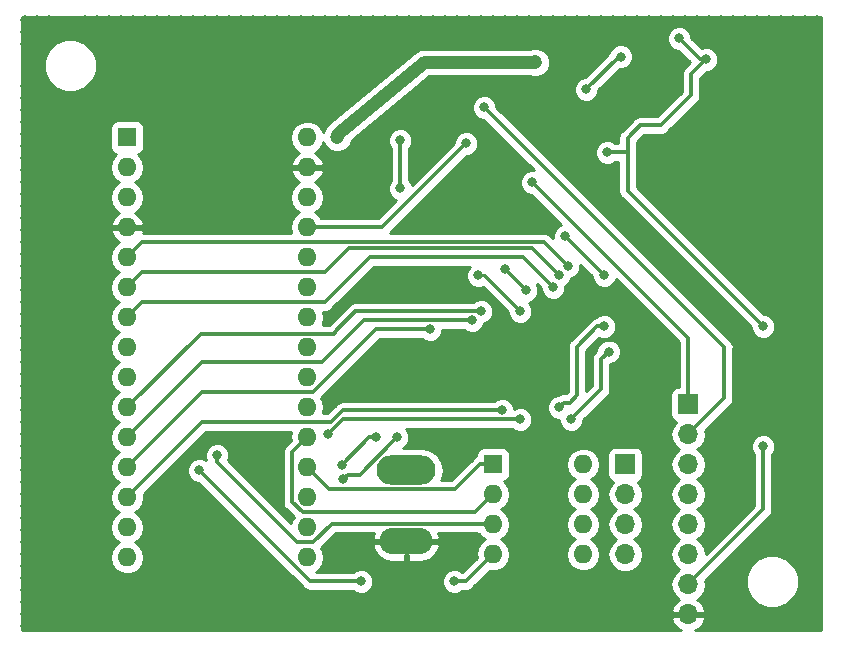
<source format=gbr>
G04 #@! TF.GenerationSoftware,KiCad,Pcbnew,(5.0.0)*
G04 #@! TF.CreationDate,2018-10-14T14:09:40-05:00*
G04 #@! TF.ProjectId,module-tester-board,6D6F64756C652D7465737465722D626F,rev?*
G04 #@! TF.SameCoordinates,Original*
G04 #@! TF.FileFunction,Copper,L2,Bot,Signal*
G04 #@! TF.FilePolarity,Positive*
%FSLAX46Y46*%
G04 Gerber Fmt 4.6, Leading zero omitted, Abs format (unit mm)*
G04 Created by KiCad (PCBNEW (5.0.0)) date 10/14/18 14:09:40*
%MOMM*%
%LPD*%
G01*
G04 APERTURE LIST*
G04 #@! TA.AperFunction,ComponentPad*
%ADD10R,1.600000X1.600000*%
G04 #@! TD*
G04 #@! TA.AperFunction,ComponentPad*
%ADD11O,1.600000X1.600000*%
G04 #@! TD*
G04 #@! TA.AperFunction,ComponentPad*
%ADD12R,1.700000X1.700000*%
G04 #@! TD*
G04 #@! TA.AperFunction,ComponentPad*
%ADD13O,1.700000X1.700000*%
G04 #@! TD*
G04 #@! TA.AperFunction,ComponentPad*
%ADD14O,5.000000X2.500000*%
G04 #@! TD*
G04 #@! TA.AperFunction,ComponentPad*
%ADD15O,4.500000X2.250000*%
G04 #@! TD*
G04 #@! TA.AperFunction,ViaPad*
%ADD16C,0.800000*%
G04 #@! TD*
G04 #@! TA.AperFunction,ViaPad*
%ADD17C,1.200000*%
G04 #@! TD*
G04 #@! TA.AperFunction,Conductor*
%ADD18C,0.304800*%
G04 #@! TD*
G04 #@! TA.AperFunction,Conductor*
%ADD19C,0.250000*%
G04 #@! TD*
G04 #@! TA.AperFunction,Conductor*
%ADD20C,1.063000*%
G04 #@! TD*
G04 #@! TA.AperFunction,Conductor*
%ADD21C,0.254000*%
G04 #@! TD*
G04 APERTURE END LIST*
D10*
G04 #@! TO.P,A1,1*
G04 #@! TO.N,Net-(A1-Pad1)*
X128016000Y-77470000D03*
D11*
G04 #@! TO.P,A1,17*
G04 #@! TO.N,Net-(A1-Pad17)*
X143256000Y-110490000D03*
G04 #@! TO.P,A1,2*
G04 #@! TO.N,Net-(A1-Pad2)*
X128016000Y-80010000D03*
G04 #@! TO.P,A1,18*
G04 #@! TO.N,Net-(A1-Pad18)*
X143256000Y-107950000D03*
G04 #@! TO.P,A1,3*
G04 #@! TO.N,Net-(A1-Pad3)*
X128016000Y-82550000D03*
G04 #@! TO.P,A1,19*
G04 #@! TO.N,A0*
X143256000Y-105410000D03*
G04 #@! TO.P,A1,4*
G04 #@! TO.N,GND*
X128016000Y-85090000D03*
G04 #@! TO.P,A1,20*
G04 #@! TO.N,A1*
X143256000Y-102870000D03*
G04 #@! TO.P,A1,5*
G04 #@! TO.N,INT*
X128016000Y-87630000D03*
G04 #@! TO.P,A1,21*
G04 #@! TO.N,Net-(A1-Pad21)*
X143256000Y-100330000D03*
G04 #@! TO.P,A1,6*
G04 #@! TO.N,RX0*
X128016000Y-90170000D03*
G04 #@! TO.P,A1,22*
G04 #@! TO.N,Net-(A1-Pad22)*
X143256000Y-97790000D03*
G04 #@! TO.P,A1,7*
G04 #@! TO.N,RX1*
X128016000Y-92710000D03*
G04 #@! TO.P,A1,23*
G04 #@! TO.N,Net-(A1-Pad23)*
X143256000Y-95250000D03*
G04 #@! TO.P,A1,8*
G04 #@! TO.N,PWM0*
X128016000Y-95250000D03*
G04 #@! TO.P,A1,24*
G04 #@! TO.N,Net-(A1-Pad24)*
X143256000Y-92710000D03*
G04 #@! TO.P,A1,9*
G04 #@! TO.N,PWM1*
X128016000Y-97790000D03*
G04 #@! TO.P,A1,25*
G04 #@! TO.N,Net-(A1-Pad25)*
X143256000Y-90170000D03*
G04 #@! TO.P,A1,10*
G04 #@! TO.N,TX0*
X128016000Y-100330000D03*
G04 #@! TO.P,A1,26*
G04 #@! TO.N,Net-(A1-Pad26)*
X143256000Y-87630000D03*
G04 #@! TO.P,A1,11*
G04 #@! TO.N,TX1*
X128016000Y-102870000D03*
G04 #@! TO.P,A1,27*
G04 #@! TO.N,+5V*
X143256000Y-85090000D03*
G04 #@! TO.P,A1,12*
G04 #@! TO.N,TX2*
X128016000Y-105410000D03*
G04 #@! TO.P,A1,28*
G04 #@! TO.N,Net-(A1-Pad28)*
X143256000Y-82550000D03*
G04 #@! TO.P,A1,13*
G04 #@! TO.N,SS*
X128016000Y-107950000D03*
G04 #@! TO.P,A1,29*
G04 #@! TO.N,GND*
X143256000Y-80010000D03*
G04 #@! TO.P,A1,14*
G04 #@! TO.N,SI*
X128016000Y-110490000D03*
G04 #@! TO.P,A1,30*
G04 #@! TO.N,+12V*
X143256000Y-77470000D03*
G04 #@! TO.P,A1,15*
G04 #@! TO.N,SO*
X128016000Y-113030000D03*
G04 #@! TO.P,A1,16*
G04 #@! TO.N,SCK*
X143256000Y-113030000D03*
G04 #@! TD*
D12*
G04 #@! TO.P,J1,1*
G04 #@! TO.N,CANH*
X175514000Y-100076000D03*
D13*
G04 #@! TO.P,J1,2*
G04 #@! TO.N,CANL*
X175514000Y-102616000D03*
G04 #@! TO.P,J1,3*
G04 #@! TO.N,Net-(J1-Pad3)*
X175514000Y-105156000D03*
G04 #@! TO.P,J1,4*
G04 #@! TO.N,Net-(J1-Pad4)*
X175514000Y-107696000D03*
G04 #@! TO.P,J1,5*
G04 #@! TO.N,Net-(J1-Pad5)*
X175514000Y-110236000D03*
G04 #@! TO.P,J1,6*
G04 #@! TO.N,Net-(J1-Pad6)*
X175514000Y-112776000D03*
G04 #@! TO.P,J1,7*
G04 #@! TO.N,+48V*
X175514000Y-115316000D03*
G04 #@! TO.P,J1,8*
G04 #@! TO.N,GND*
X175514000Y-117856000D03*
G04 #@! TD*
D14*
G04 #@! TO.P,J2,1*
G04 #@! TO.N,+12V*
X151638000Y-105664000D03*
D15*
G04 #@! TO.P,J2,2*
G04 #@! TO.N,GND*
X151638000Y-111664000D03*
G04 #@! TD*
D12*
G04 #@! TO.P,J4,1*
G04 #@! TO.N,Net-(J1-Pad3)*
X170180000Y-105156000D03*
D13*
G04 #@! TO.P,J4,2*
G04 #@! TO.N,Net-(J1-Pad4)*
X170180000Y-107696000D03*
G04 #@! TO.P,J4,3*
G04 #@! TO.N,Net-(J1-Pad5)*
X170180000Y-110236000D03*
G04 #@! TO.P,J4,4*
G04 #@! TO.N,Net-(J1-Pad6)*
X170180000Y-112776000D03*
G04 #@! TD*
D10*
G04 #@! TO.P,SW1,1*
G04 #@! TO.N,A0*
X159004000Y-105156000D03*
D11*
G04 #@! TO.P,SW1,5*
G04 #@! TO.N,Net-(J1-Pad6)*
X166624000Y-112776000D03*
G04 #@! TO.P,SW1,2*
G04 #@! TO.N,A1*
X159004000Y-107696000D03*
G04 #@! TO.P,SW1,6*
G04 #@! TO.N,Net-(J1-Pad5)*
X166624000Y-110236000D03*
G04 #@! TO.P,SW1,3*
G04 #@! TO.N,PWM0*
X159004000Y-110236000D03*
G04 #@! TO.P,SW1,7*
G04 #@! TO.N,Net-(J1-Pad4)*
X166624000Y-107696000D03*
G04 #@! TO.P,SW1,4*
G04 #@! TO.N,PWM1*
X159004000Y-112776000D03*
G04 #@! TO.P,SW1,8*
G04 #@! TO.N,Net-(J1-Pad3)*
X166624000Y-105156000D03*
G04 #@! TD*
D16*
G04 #@! TO.N,GND*
X119380000Y-67564000D03*
X119380000Y-118872000D03*
X186436000Y-118872000D03*
X186436000Y-67564000D03*
X120396000Y-67564000D03*
X121412000Y-67564000D03*
X125476000Y-67564000D03*
X126492000Y-67564000D03*
X127508000Y-67564000D03*
X128524000Y-67564000D03*
X129540000Y-67564000D03*
X130556000Y-67564000D03*
X131572000Y-67564000D03*
X132588000Y-67564000D03*
X133604000Y-67564000D03*
X134620000Y-67564000D03*
X135636000Y-67564000D03*
X136652000Y-67564000D03*
X137668000Y-67564000D03*
X138684000Y-67564000D03*
X139700000Y-67564000D03*
X140716000Y-67564000D03*
X141732000Y-67564000D03*
X142748000Y-67564000D03*
X143764000Y-67564000D03*
X144780000Y-67564000D03*
X145796000Y-67564000D03*
X146812000Y-67564000D03*
X147828000Y-67564000D03*
X148844000Y-67564000D03*
X149860000Y-67564000D03*
X150876000Y-67564000D03*
X151892000Y-67564000D03*
X152908000Y-67564000D03*
X153924000Y-67564000D03*
X154940000Y-67564000D03*
X155956000Y-67564000D03*
X156972000Y-67564000D03*
X157988000Y-67564000D03*
X159004000Y-67564000D03*
X160020000Y-67564000D03*
X160020000Y-67564000D03*
X160020000Y-67564000D03*
X161036000Y-67564000D03*
X162052000Y-67564000D03*
X163068000Y-67564000D03*
X164084000Y-67564000D03*
X165100000Y-67564000D03*
X166116000Y-67564000D03*
X167132000Y-67564000D03*
X168148000Y-67564000D03*
X169164000Y-67564000D03*
X170180000Y-67564000D03*
X171196000Y-67564000D03*
X172212000Y-67564000D03*
X173228000Y-67564000D03*
X174244000Y-67564000D03*
X175260000Y-67564000D03*
X176276000Y-67564000D03*
X177292000Y-67564000D03*
X178308000Y-67564000D03*
X183388000Y-67564000D03*
X185420000Y-67564000D03*
X184404000Y-67564000D03*
X182372000Y-67564000D03*
X181356000Y-67564000D03*
X180340000Y-67564000D03*
X179324000Y-67564000D03*
X124460000Y-67564000D03*
X119380000Y-68580000D03*
X119380000Y-69596000D03*
X186436000Y-117856000D03*
X186436000Y-116840000D03*
X185420000Y-118872000D03*
X184404000Y-118872000D03*
X119380000Y-117856000D03*
X119380000Y-116840000D03*
X119380000Y-115824000D03*
X119380000Y-114808000D03*
X119380000Y-113792000D03*
X119380000Y-112776000D03*
X119380000Y-111760000D03*
X119380000Y-110744000D03*
X119380000Y-109728000D03*
X119380000Y-108712000D03*
X119380000Y-107696000D03*
X119380000Y-106680000D03*
X119380000Y-105664000D03*
X119380000Y-104648000D03*
X119380000Y-103632000D03*
X119380000Y-102616000D03*
X119380000Y-101600000D03*
X119380000Y-100584000D03*
X119380000Y-99568000D03*
X119380000Y-98552000D03*
X119380000Y-97536000D03*
X119380000Y-96520000D03*
X119380000Y-95504000D03*
X119380000Y-94488000D03*
X119380000Y-93472000D03*
X119380000Y-92456000D03*
X119380000Y-91440000D03*
X119380000Y-90424000D03*
X119380000Y-90424000D03*
X119380000Y-90424000D03*
X119380000Y-89408000D03*
X119380000Y-88392000D03*
X119380000Y-87376000D03*
X119380000Y-86360000D03*
X119380000Y-84328000D03*
X119380000Y-85344000D03*
X119380000Y-83312000D03*
X119380000Y-82296000D03*
X119380000Y-81280000D03*
X119380000Y-80264000D03*
X119380000Y-79248000D03*
X119380000Y-78232000D03*
X119380000Y-77216000D03*
X119380000Y-76200000D03*
X119380000Y-75184000D03*
X119380000Y-74168000D03*
X119380000Y-73152000D03*
X120396000Y-118872000D03*
X121412000Y-118872000D03*
X122428000Y-118872000D03*
X123444000Y-118872000D03*
X124460000Y-118872000D03*
X125476000Y-118872000D03*
X126492000Y-118872000D03*
X138684000Y-118872000D03*
X134620000Y-118872000D03*
X139700000Y-118872000D03*
X135636000Y-118872000D03*
X129540000Y-118872000D03*
X128524000Y-118872000D03*
X144780000Y-118872000D03*
X140716000Y-118872000D03*
X131572000Y-118872000D03*
X137668000Y-118872000D03*
X127508000Y-118872000D03*
X143764000Y-118872000D03*
X142748000Y-118872000D03*
X130556000Y-118872000D03*
X133604000Y-118872000D03*
X145796000Y-118872000D03*
X132588000Y-118872000D03*
X141732000Y-118872000D03*
X136652000Y-118872000D03*
X161036000Y-118872000D03*
X156972000Y-118872000D03*
X162052000Y-118872000D03*
X157988000Y-118872000D03*
X167132000Y-118872000D03*
X163068000Y-118872000D03*
X160020000Y-118872000D03*
X166116000Y-118872000D03*
X165100000Y-118872000D03*
X168148000Y-118872000D03*
X164084000Y-118872000D03*
X159004000Y-118872000D03*
X169164000Y-118872000D03*
X170180000Y-118872000D03*
X171196000Y-118872000D03*
X172212000Y-118872000D03*
X173228000Y-118872000D03*
X177800000Y-118872000D03*
X178816000Y-118872000D03*
X179832000Y-118872000D03*
X180848000Y-118872000D03*
X186436000Y-100076000D03*
X186436000Y-74676000D03*
X186436000Y-102108000D03*
X186436000Y-83820000D03*
X186436000Y-77724000D03*
X186436000Y-92964000D03*
X186436000Y-72644000D03*
X186436000Y-85852000D03*
X186436000Y-71628000D03*
X186436000Y-79756000D03*
X186436000Y-98044000D03*
X186436000Y-91948000D03*
X186436000Y-81788000D03*
X186436000Y-68580000D03*
X186436000Y-69596000D03*
X186436000Y-94996000D03*
X186436000Y-89916000D03*
X186436000Y-87884000D03*
X186436000Y-101092000D03*
X186436000Y-83820000D03*
X186436000Y-99060000D03*
X186436000Y-82804000D03*
X186436000Y-80772000D03*
X186436000Y-90932000D03*
X186436000Y-96012000D03*
X186436000Y-76708000D03*
X186436000Y-73660000D03*
X186436000Y-70612000D03*
X186436000Y-83820000D03*
X186436000Y-84836000D03*
X186436000Y-78740000D03*
X186436000Y-86868000D03*
X186436000Y-88900000D03*
X186436000Y-75692000D03*
X186436000Y-93980000D03*
X186436000Y-97028000D03*
X186436000Y-105156000D03*
X186436000Y-106172000D03*
X186436000Y-103124000D03*
X186436000Y-104140000D03*
X186436000Y-109220000D03*
X186436000Y-110236000D03*
X186436000Y-107188000D03*
X186436000Y-108204000D03*
X186436000Y-113284000D03*
X186436000Y-111252000D03*
X186436000Y-112268000D03*
X170434000Y-100584000D03*
X168402000Y-100584000D03*
X150622000Y-97282000D03*
X153416000Y-97536000D03*
X157734000Y-83312000D03*
X166116000Y-75438000D03*
X167640000Y-74930000D03*
X164338000Y-75438000D03*
X158242000Y-73660000D03*
G04 #@! TO.N,INT*
X165354000Y-88392000D03*
G04 #@! TO.N,RX0*
X164592000Y-89154000D03*
G04 #@! TO.N,RX1*
X164084000Y-90170000D03*
G04 #@! TO.N,PWM0*
X135636000Y-104394000D03*
G04 #@! TO.N,PWM1*
X134112000Y-105664000D03*
X155702000Y-115062000D03*
X147828000Y-115062000D03*
G04 #@! TO.N,TX0*
X157988000Y-92202000D03*
G04 #@! TO.N,TX1*
X157226000Y-92964000D03*
G04 #@! TO.N,+5V*
X156718000Y-77978000D03*
X168402000Y-89154000D03*
X165100000Y-85852000D03*
G04 #@! TO.N,TX2*
X153670000Y-93726000D03*
G04 #@! TO.N,SS*
X168402000Y-93472000D03*
X164592000Y-100330000D03*
X159766000Y-100584000D03*
G04 #@! TO.N,SI*
X149098000Y-102870000D03*
X146220524Y-105176294D03*
D17*
G04 #@! TO.N,+12V*
X145796000Y-77470000D03*
X162560000Y-71120000D03*
D16*
G04 #@! TO.N,SO*
X146304000Y-106426000D03*
X150876000Y-102870000D03*
G04 #@! TO.N,SCK*
X168782441Y-95621135D03*
X145034000Y-102616000D03*
X165608000Y-101346000D03*
X161290000Y-101346000D03*
G04 #@! TO.N,+48V*
X181864000Y-93472000D03*
X181864000Y-103632000D03*
X177038000Y-70866000D03*
X174752000Y-69088000D03*
X168656000Y-78740000D03*
G04 #@! TO.N,Net-(D1-Pad2)*
X169799000Y-70615000D03*
X166878000Y-73406000D03*
G04 #@! TO.N,CANL*
X158242000Y-74930000D03*
G04 #@! TO.N,CANH*
X162306000Y-81280000D03*
G04 #@! TO.N,Net-(U4-Pad1)*
X161290000Y-92202000D03*
X157734000Y-89154000D03*
X151130000Y-81788000D03*
X151130000Y-77724000D03*
G04 #@! TO.N,Net-(U4-Pad2)*
X160020000Y-88646000D03*
X161798000Y-90424000D03*
G04 #@! TD*
D18*
G04 #@! TO.N,A0*
X144055999Y-106209999D02*
X143256000Y-105410000D01*
X145112410Y-107266410D02*
X144055999Y-106209999D01*
X155788790Y-107266410D02*
X145112410Y-107266410D01*
X157899200Y-105156000D02*
X155788790Y-107266410D01*
X159004000Y-105156000D02*
X157899200Y-105156000D01*
G04 #@! TO.N,A1*
X157480000Y-109220000D02*
X157226000Y-109220000D01*
X159004000Y-107696000D02*
X157480000Y-109220000D01*
D19*
X142860998Y-109220000D02*
X157226000Y-109220000D01*
D18*
X143256000Y-109220000D02*
X142860998Y-109220000D01*
X157480000Y-109220000D02*
X143256000Y-109220000D01*
X142860998Y-109220000D02*
X141986000Y-108345002D01*
X141986000Y-104140000D02*
X143256000Y-102870000D01*
X141986000Y-108345002D02*
X141986000Y-104140000D01*
G04 #@! TO.N,INT*
X163322000Y-86360000D02*
X165354000Y-88392000D01*
X128016000Y-87630000D02*
X129286000Y-86360000D01*
X129286000Y-86360000D02*
X163322000Y-86360000D01*
D19*
G04 #@! TO.N,RX0*
X164482999Y-89044999D02*
X164592000Y-89154000D01*
D18*
X146812000Y-86868000D02*
X144780000Y-88900000D01*
X164592000Y-89154000D02*
X162306000Y-86868000D01*
X162306000Y-86868000D02*
X146812000Y-86868000D01*
X144780000Y-88900000D02*
X129286000Y-88900000D01*
X129286000Y-88900000D02*
X128016000Y-90170000D01*
G04 #@! TO.N,RX1*
X161544000Y-87630000D02*
X164084000Y-90170000D01*
X144780000Y-91440000D02*
X148590000Y-87630000D01*
X148590000Y-87630000D02*
X161544000Y-87630000D01*
X129286000Y-91440000D02*
X128016000Y-92710000D01*
X144780000Y-91440000D02*
X129286000Y-91440000D01*
G04 #@! TO.N,PWM0*
X159004000Y-110236000D02*
X157872630Y-110236000D01*
X157872630Y-110236000D02*
X157823220Y-110186590D01*
X145337410Y-110186590D02*
X146558000Y-110186590D01*
X157823220Y-110186590D02*
X146558000Y-110186590D01*
X135636000Y-104394000D02*
X135636000Y-104959685D01*
X135636000Y-104959685D02*
X142436315Y-111760000D01*
X142436315Y-111760000D02*
X143764000Y-111760000D01*
X143764000Y-111760000D02*
X145337410Y-110186590D01*
G04 #@! TO.N,PWM1*
X147828000Y-115062000D02*
X143510000Y-115062000D01*
X143510000Y-115062000D02*
X134112000Y-105664000D01*
X156718000Y-115062000D02*
X159004000Y-112776000D01*
X155702000Y-115062000D02*
X156718000Y-115062000D01*
D19*
G04 #@! TO.N,TX0*
X147332592Y-92202000D02*
X145409593Y-94124999D01*
D18*
X145382193Y-94097599D02*
X145409593Y-94124999D01*
X128016000Y-100330000D02*
X134248401Y-94097599D01*
X145436993Y-94097599D02*
X147332592Y-92202000D01*
X145382193Y-94097599D02*
X145436993Y-94097599D01*
X145382193Y-94097599D02*
X134248401Y-94097599D01*
X147332592Y-92202000D02*
X157988000Y-92202000D01*
G04 #@! TO.N,TX1*
X148082000Y-92964000D02*
X144526000Y-96520000D01*
X157226000Y-92964000D02*
X148082000Y-92964000D01*
X134366000Y-96520000D02*
X128016000Y-102870000D01*
X144526000Y-96520000D02*
X134366000Y-96520000D01*
G04 #@! TO.N,+5V*
X143256000Y-85090000D02*
X149606000Y-85090000D01*
X149606000Y-85090000D02*
X156718000Y-77978000D01*
X165100000Y-85852000D02*
X168402000Y-89154000D01*
G04 #@! TO.N,TX2*
X143764000Y-99060000D02*
X149098000Y-93726000D01*
X134366000Y-99060000D02*
X143764000Y-99060000D01*
X128016000Y-105410000D02*
X134366000Y-99060000D01*
X149098000Y-93726000D02*
X153670000Y-93726000D01*
G04 #@! TO.N,SS*
X145288000Y-101600000D02*
X146304000Y-100584000D01*
X128016000Y-107950000D02*
X134366000Y-101600000D01*
X134366000Y-101600000D02*
X145288000Y-101600000D01*
X146304000Y-100584000D02*
X159766000Y-100584000D01*
X165499999Y-99930001D02*
X166116000Y-99314000D01*
X164991999Y-99930001D02*
X165499999Y-99930001D01*
X164592000Y-100330000D02*
X164991999Y-99930001D01*
X166116000Y-99314000D02*
X166116000Y-95192315D01*
X166116000Y-95192315D02*
X167836315Y-93472000D01*
X168402000Y-93472000D02*
X167836315Y-93472000D01*
G04 #@! TO.N,SI*
X148526818Y-102870000D02*
X146220524Y-105176294D01*
X149098000Y-102870000D02*
X148526818Y-102870000D01*
D20*
G04 #@! TO.N,+12V*
X145796000Y-77216000D02*
X145796000Y-77470000D01*
X162560000Y-71120000D02*
X153162000Y-71120000D01*
X153162000Y-71120000D02*
X145796000Y-77216000D01*
D18*
G04 #@! TO.N,SO*
X150476001Y-103269999D02*
X150876000Y-102870000D01*
X147719999Y-106026001D02*
X150476001Y-103269999D01*
X146703999Y-106026001D02*
X147719999Y-106026001D01*
X146304000Y-106426000D02*
X146703999Y-106026001D01*
D19*
G04 #@! TO.N,SCK*
X165665990Y-101288010D02*
X165665990Y-101288010D01*
D18*
X168148000Y-96255576D02*
X168148000Y-98806000D01*
X168782441Y-95621135D02*
X168148000Y-96255576D01*
X168148000Y-98806000D02*
X165608000Y-101346000D01*
X146304000Y-101346000D02*
X145034000Y-102616000D01*
X161290000Y-101346000D02*
X146304000Y-101346000D01*
D19*
G04 #@! TO.N,+48V*
X170383000Y-78765500D02*
X170383000Y-81991000D01*
X170357500Y-78740000D02*
X170383000Y-78765500D01*
X168656000Y-78740000D02*
X170357500Y-78740000D01*
X170357500Y-77546500D02*
X171450000Y-76454000D01*
X170357500Y-78740000D02*
X170357500Y-77546500D01*
D18*
X181864000Y-108966000D02*
X181864000Y-103632000D01*
X175514000Y-115316000D02*
X181864000Y-108966000D01*
X181864000Y-93472000D02*
X170383000Y-81991000D01*
X170383000Y-77521000D02*
X171450000Y-76454000D01*
X171450000Y-76454000D02*
X173228000Y-76454000D01*
X173228000Y-76454000D02*
X175768000Y-73914000D01*
X175768000Y-72136000D02*
X177038000Y-70866000D01*
X175768000Y-73914000D02*
X175768000Y-72136000D01*
X176530000Y-70866000D02*
X174752000Y-69088000D01*
X177038000Y-70866000D02*
X176530000Y-70866000D01*
X168656000Y-78740000D02*
X170383000Y-78740000D01*
X170383000Y-81991000D02*
X170383000Y-78740000D01*
X170383000Y-78740000D02*
X170383000Y-77521000D01*
D19*
G04 #@! TO.N,Net-(D1-Pad2)*
X169799000Y-70615000D02*
X169799000Y-70615000D01*
D18*
X169669000Y-70615000D02*
X169799000Y-70615000D01*
X166878000Y-73406000D02*
X169669000Y-70615000D01*
G04 #@! TO.N,CANL*
X178562000Y-99568000D02*
X175514000Y-102616000D01*
X158242000Y-74930000D02*
X178562000Y-95250000D01*
X178562000Y-95250000D02*
X178562000Y-99568000D01*
G04 #@! TO.N,CANH*
X175514000Y-94488000D02*
X175514000Y-100076000D01*
X162306000Y-81280000D02*
X175514000Y-94488000D01*
D19*
G04 #@! TO.N,Net-(U4-Pad1)*
X161290000Y-92202000D02*
X158242000Y-89154000D01*
X158242000Y-89154000D02*
X157734000Y-89154000D01*
D18*
X151130000Y-77724000D02*
X151130000Y-81788000D01*
D19*
G04 #@! TO.N,Net-(U4-Pad2)*
X160020000Y-88646000D02*
X161798000Y-90424000D01*
G04 #@! TD*
D21*
G04 #@! TO.N,GND*
G36*
X186742001Y-119178000D02*
X176125320Y-119178000D01*
X176395358Y-119051183D01*
X176785645Y-118622924D01*
X176955476Y-118212890D01*
X176834155Y-117983000D01*
X175641000Y-117983000D01*
X175641000Y-118003000D01*
X175387000Y-118003000D01*
X175387000Y-117983000D01*
X174193845Y-117983000D01*
X174072524Y-118212890D01*
X174242355Y-118622924D01*
X174632642Y-119051183D01*
X174902680Y-119178000D01*
X119074000Y-119178000D01*
X119074000Y-87630000D01*
X126552887Y-87630000D01*
X126664260Y-88189909D01*
X126981423Y-88664577D01*
X127333758Y-88900000D01*
X126981423Y-89135423D01*
X126664260Y-89610091D01*
X126552887Y-90170000D01*
X126664260Y-90729909D01*
X126981423Y-91204577D01*
X127333758Y-91440000D01*
X126981423Y-91675423D01*
X126664260Y-92150091D01*
X126552887Y-92710000D01*
X126664260Y-93269909D01*
X126981423Y-93744577D01*
X127333758Y-93980000D01*
X126981423Y-94215423D01*
X126664260Y-94690091D01*
X126552887Y-95250000D01*
X126664260Y-95809909D01*
X126981423Y-96284577D01*
X127333758Y-96520000D01*
X126981423Y-96755423D01*
X126664260Y-97230091D01*
X126552887Y-97790000D01*
X126664260Y-98349909D01*
X126981423Y-98824577D01*
X127333758Y-99060000D01*
X126981423Y-99295423D01*
X126664260Y-99770091D01*
X126552887Y-100330000D01*
X126664260Y-100889909D01*
X126981423Y-101364577D01*
X127333758Y-101600000D01*
X126981423Y-101835423D01*
X126664260Y-102310091D01*
X126552887Y-102870000D01*
X126664260Y-103429909D01*
X126981423Y-103904577D01*
X127333758Y-104140000D01*
X126981423Y-104375423D01*
X126664260Y-104850091D01*
X126552887Y-105410000D01*
X126664260Y-105969909D01*
X126981423Y-106444577D01*
X127333758Y-106680000D01*
X126981423Y-106915423D01*
X126664260Y-107390091D01*
X126552887Y-107950000D01*
X126664260Y-108509909D01*
X126981423Y-108984577D01*
X127333758Y-109220000D01*
X126981423Y-109455423D01*
X126664260Y-109930091D01*
X126552887Y-110490000D01*
X126664260Y-111049909D01*
X126981423Y-111524577D01*
X127333758Y-111760000D01*
X126981423Y-111995423D01*
X126664260Y-112470091D01*
X126552887Y-113030000D01*
X126664260Y-113589909D01*
X126981423Y-114064577D01*
X127456091Y-114381740D01*
X127874667Y-114465000D01*
X128157333Y-114465000D01*
X128575909Y-114381740D01*
X129050577Y-114064577D01*
X129367740Y-113589909D01*
X129479113Y-113030000D01*
X129367740Y-112470091D01*
X129050577Y-111995423D01*
X128698242Y-111760000D01*
X129050577Y-111524577D01*
X129367740Y-111049909D01*
X129479113Y-110490000D01*
X129367740Y-109930091D01*
X129050577Y-109455423D01*
X128698242Y-109220000D01*
X129050577Y-108984577D01*
X129367740Y-108509909D01*
X129479113Y-107950000D01*
X129421117Y-107658434D01*
X134692152Y-102387400D01*
X141888882Y-102387400D01*
X141792887Y-102870000D01*
X141850883Y-103161566D01*
X141484063Y-103528386D01*
X141418317Y-103572316D01*
X141374387Y-103638062D01*
X141244286Y-103832772D01*
X141183174Y-104140000D01*
X141198601Y-104217556D01*
X141198600Y-108267451D01*
X141183174Y-108345002D01*
X141198600Y-108422553D01*
X141244285Y-108652229D01*
X141418316Y-108912686D01*
X141484065Y-108956618D01*
X142125872Y-109598426D01*
X141904260Y-109930091D01*
X141873682Y-110083815D01*
X136588621Y-104798755D01*
X136671000Y-104599874D01*
X136671000Y-104188126D01*
X136513431Y-103807720D01*
X136222280Y-103516569D01*
X135841874Y-103359000D01*
X135430126Y-103359000D01*
X135049720Y-103516569D01*
X134758569Y-103807720D01*
X134601000Y-104188126D01*
X134601000Y-104599874D01*
X134674200Y-104776595D01*
X134317874Y-104629000D01*
X133906126Y-104629000D01*
X133525720Y-104786569D01*
X133234569Y-105077720D01*
X133077000Y-105458126D01*
X133077000Y-105869874D01*
X133234569Y-106250280D01*
X133525720Y-106541431D01*
X133906126Y-106699000D01*
X134033449Y-106699000D01*
X142898386Y-115563938D01*
X142942316Y-115629684D01*
X143202772Y-115803715D01*
X143432448Y-115849400D01*
X143509999Y-115864826D01*
X143587550Y-115849400D01*
X147151689Y-115849400D01*
X147241720Y-115939431D01*
X147622126Y-116097000D01*
X148033874Y-116097000D01*
X148414280Y-115939431D01*
X148705431Y-115648280D01*
X148863000Y-115267874D01*
X148863000Y-114856126D01*
X148705431Y-114475720D01*
X148414280Y-114184569D01*
X148033874Y-114027000D01*
X147622126Y-114027000D01*
X147241720Y-114184569D01*
X147151689Y-114274600D01*
X143976255Y-114274600D01*
X144290577Y-114064577D01*
X144607740Y-113589909D01*
X144719113Y-113030000D01*
X144607740Y-112470091D01*
X144431389Y-112206162D01*
X145663562Y-110973990D01*
X148914462Y-110973990D01*
X148838371Y-111107810D01*
X148799067Y-111263957D01*
X148916794Y-111537000D01*
X149502951Y-111537000D01*
X149502950Y-111791000D01*
X148916794Y-111791000D01*
X148799067Y-112064043D01*
X148838371Y-112220190D01*
X149178689Y-112818705D01*
X149722144Y-113241427D01*
X150386000Y-113424000D01*
X151511000Y-113424000D01*
X151511000Y-112799050D01*
X151765000Y-112799050D01*
X151765000Y-113424000D01*
X152890000Y-113424000D01*
X153553856Y-113241427D01*
X154097311Y-112818705D01*
X154437629Y-112220190D01*
X154476933Y-112064043D01*
X154359206Y-111791000D01*
X153773050Y-111791000D01*
X153773050Y-111537000D01*
X154359206Y-111537000D01*
X154476933Y-111263957D01*
X154437629Y-111107810D01*
X154361538Y-110973990D01*
X157559827Y-110973990D01*
X157565402Y-110977715D01*
X157795078Y-111023400D01*
X157805673Y-111025507D01*
X157969423Y-111270577D01*
X158321758Y-111506000D01*
X157969423Y-111741423D01*
X157652260Y-112216091D01*
X157540887Y-112776000D01*
X157598883Y-113067565D01*
X156391849Y-114274600D01*
X156378311Y-114274600D01*
X156288280Y-114184569D01*
X155907874Y-114027000D01*
X155496126Y-114027000D01*
X155115720Y-114184569D01*
X154824569Y-114475720D01*
X154667000Y-114856126D01*
X154667000Y-115267874D01*
X154824569Y-115648280D01*
X155115720Y-115939431D01*
X155496126Y-116097000D01*
X155907874Y-116097000D01*
X156288280Y-115939431D01*
X156378311Y-115849400D01*
X156640449Y-115849400D01*
X156718000Y-115864826D01*
X156795551Y-115849400D01*
X156795552Y-115849400D01*
X157025228Y-115803715D01*
X157285684Y-115629684D01*
X157329616Y-115563935D01*
X158712435Y-114181117D01*
X158862667Y-114211000D01*
X159145333Y-114211000D01*
X159563909Y-114127740D01*
X160038577Y-113810577D01*
X160355740Y-113335909D01*
X160467113Y-112776000D01*
X160355740Y-112216091D01*
X160038577Y-111741423D01*
X159686242Y-111506000D01*
X160038577Y-111270577D01*
X160355740Y-110795909D01*
X160467113Y-110236000D01*
X160355740Y-109676091D01*
X160038577Y-109201423D01*
X159686242Y-108966000D01*
X160038577Y-108730577D01*
X160355740Y-108255909D01*
X160467113Y-107696000D01*
X160355740Y-107136091D01*
X160038577Y-106661423D01*
X159917894Y-106580785D01*
X160051765Y-106554157D01*
X160261809Y-106413809D01*
X160402157Y-106203765D01*
X160451440Y-105956000D01*
X160451440Y-105156000D01*
X165160887Y-105156000D01*
X165272260Y-105715909D01*
X165589423Y-106190577D01*
X165941758Y-106426000D01*
X165589423Y-106661423D01*
X165272260Y-107136091D01*
X165160887Y-107696000D01*
X165272260Y-108255909D01*
X165589423Y-108730577D01*
X165941758Y-108966000D01*
X165589423Y-109201423D01*
X165272260Y-109676091D01*
X165160887Y-110236000D01*
X165272260Y-110795909D01*
X165589423Y-111270577D01*
X165941758Y-111506000D01*
X165589423Y-111741423D01*
X165272260Y-112216091D01*
X165160887Y-112776000D01*
X165272260Y-113335909D01*
X165589423Y-113810577D01*
X166064091Y-114127740D01*
X166482667Y-114211000D01*
X166765333Y-114211000D01*
X167183909Y-114127740D01*
X167658577Y-113810577D01*
X167975740Y-113335909D01*
X168087113Y-112776000D01*
X167975740Y-112216091D01*
X167658577Y-111741423D01*
X167306242Y-111506000D01*
X167658577Y-111270577D01*
X167975740Y-110795909D01*
X168087113Y-110236000D01*
X167975740Y-109676091D01*
X167658577Y-109201423D01*
X167306242Y-108966000D01*
X167658577Y-108730577D01*
X167975740Y-108255909D01*
X168087113Y-107696000D01*
X168665908Y-107696000D01*
X168781161Y-108275418D01*
X169109375Y-108766625D01*
X169407761Y-108966000D01*
X169109375Y-109165375D01*
X168781161Y-109656582D01*
X168665908Y-110236000D01*
X168781161Y-110815418D01*
X169109375Y-111306625D01*
X169407761Y-111506000D01*
X169109375Y-111705375D01*
X168781161Y-112196582D01*
X168665908Y-112776000D01*
X168781161Y-113355418D01*
X169109375Y-113846625D01*
X169600582Y-114174839D01*
X170033744Y-114261000D01*
X170326256Y-114261000D01*
X170759418Y-114174839D01*
X171250625Y-113846625D01*
X171578839Y-113355418D01*
X171694092Y-112776000D01*
X171578839Y-112196582D01*
X171250625Y-111705375D01*
X170952239Y-111506000D01*
X171250625Y-111306625D01*
X171578839Y-110815418D01*
X171694092Y-110236000D01*
X171578839Y-109656582D01*
X171250625Y-109165375D01*
X170952239Y-108966000D01*
X171250625Y-108766625D01*
X171578839Y-108275418D01*
X171694092Y-107696000D01*
X171578839Y-107116582D01*
X171250625Y-106625375D01*
X171232381Y-106613184D01*
X171277765Y-106604157D01*
X171487809Y-106463809D01*
X171628157Y-106253765D01*
X171677440Y-106006000D01*
X171677440Y-104306000D01*
X171628157Y-104058235D01*
X171487809Y-103848191D01*
X171277765Y-103707843D01*
X171030000Y-103658560D01*
X169330000Y-103658560D01*
X169082235Y-103707843D01*
X168872191Y-103848191D01*
X168731843Y-104058235D01*
X168682560Y-104306000D01*
X168682560Y-106006000D01*
X168731843Y-106253765D01*
X168872191Y-106463809D01*
X169082235Y-106604157D01*
X169127619Y-106613184D01*
X169109375Y-106625375D01*
X168781161Y-107116582D01*
X168665908Y-107696000D01*
X168087113Y-107696000D01*
X167975740Y-107136091D01*
X167658577Y-106661423D01*
X167306242Y-106426000D01*
X167658577Y-106190577D01*
X167975740Y-105715909D01*
X168087113Y-105156000D01*
X167975740Y-104596091D01*
X167658577Y-104121423D01*
X167183909Y-103804260D01*
X166765333Y-103721000D01*
X166482667Y-103721000D01*
X166064091Y-103804260D01*
X165589423Y-104121423D01*
X165272260Y-104596091D01*
X165160887Y-105156000D01*
X160451440Y-105156000D01*
X160451440Y-104356000D01*
X160402157Y-104108235D01*
X160261809Y-103898191D01*
X160051765Y-103757843D01*
X159804000Y-103708560D01*
X158204000Y-103708560D01*
X157956235Y-103757843D01*
X157746191Y-103898191D01*
X157605843Y-104108235D01*
X157556560Y-104356000D01*
X157556560Y-104437946D01*
X157542669Y-104447228D01*
X157331516Y-104588316D01*
X157287586Y-104654062D01*
X155462639Y-106479010D01*
X154610497Y-106479010D01*
X154663631Y-106399490D01*
X154809929Y-105664000D01*
X154663631Y-104928510D01*
X154247009Y-104304991D01*
X153623490Y-103888369D01*
X153073655Y-103779000D01*
X151386066Y-103779000D01*
X151462280Y-103747431D01*
X151753431Y-103456280D01*
X151911000Y-103075874D01*
X151911000Y-102664126D01*
X151753431Y-102283720D01*
X151603111Y-102133400D01*
X160613689Y-102133400D01*
X160703720Y-102223431D01*
X161084126Y-102381000D01*
X161495874Y-102381000D01*
X161876280Y-102223431D01*
X162167431Y-101932280D01*
X162325000Y-101551874D01*
X162325000Y-101140126D01*
X162167431Y-100759720D01*
X161876280Y-100468569D01*
X161495874Y-100311000D01*
X161084126Y-100311000D01*
X160801000Y-100428274D01*
X160801000Y-100378126D01*
X160695790Y-100124126D01*
X163557000Y-100124126D01*
X163557000Y-100535874D01*
X163714569Y-100916280D01*
X164005720Y-101207431D01*
X164386126Y-101365000D01*
X164573000Y-101365000D01*
X164573000Y-101551874D01*
X164730569Y-101932280D01*
X165021720Y-102223431D01*
X165402126Y-102381000D01*
X165813874Y-102381000D01*
X166194280Y-102223431D01*
X166485431Y-101932280D01*
X166643000Y-101551874D01*
X166643000Y-101424551D01*
X168649938Y-99417614D01*
X168715684Y-99373684D01*
X168889715Y-99113228D01*
X168935400Y-98883552D01*
X168950826Y-98806001D01*
X168935400Y-98728450D01*
X168935400Y-96656135D01*
X168988315Y-96656135D01*
X169368721Y-96498566D01*
X169659872Y-96207415D01*
X169817441Y-95827009D01*
X169817441Y-95415261D01*
X169659872Y-95034855D01*
X169368721Y-94743704D01*
X168988315Y-94586135D01*
X168576567Y-94586135D01*
X168196161Y-94743704D01*
X167905010Y-95034855D01*
X167747441Y-95415261D01*
X167747441Y-95542584D01*
X167646065Y-95643960D01*
X167580316Y-95687892D01*
X167406285Y-95948349D01*
X167361044Y-96175792D01*
X167345174Y-96255576D01*
X167360600Y-96333127D01*
X167360601Y-98479847D01*
X166903400Y-98937048D01*
X166903400Y-95518466D01*
X167997246Y-94424621D01*
X168196126Y-94507000D01*
X168607874Y-94507000D01*
X168988280Y-94349431D01*
X169279431Y-94058280D01*
X169437000Y-93677874D01*
X169437000Y-93266126D01*
X169279431Y-92885720D01*
X168988280Y-92594569D01*
X168607874Y-92437000D01*
X168196126Y-92437000D01*
X167815720Y-92594569D01*
X167717477Y-92692812D01*
X167529087Y-92730285D01*
X167268631Y-92904316D01*
X167224702Y-92970061D01*
X165614063Y-94580701D01*
X165548317Y-94624631D01*
X165504387Y-94690377D01*
X165374286Y-94885087D01*
X165313174Y-95192315D01*
X165328601Y-95269871D01*
X165328600Y-98987848D01*
X165173848Y-99142601D01*
X165069549Y-99142601D01*
X164991998Y-99127175D01*
X164914447Y-99142601D01*
X164684771Y-99188286D01*
X164525062Y-99295000D01*
X164386126Y-99295000D01*
X164005720Y-99452569D01*
X163714569Y-99743720D01*
X163557000Y-100124126D01*
X160695790Y-100124126D01*
X160643431Y-99997720D01*
X160352280Y-99706569D01*
X159971874Y-99549000D01*
X159560126Y-99549000D01*
X159179720Y-99706569D01*
X159089689Y-99796600D01*
X146381551Y-99796600D01*
X146304000Y-99781174D01*
X146226449Y-99796600D01*
X146226448Y-99796600D01*
X145996772Y-99842285D01*
X145736316Y-100016316D01*
X145692386Y-100082062D01*
X144961849Y-100812600D01*
X144623118Y-100812600D01*
X144719113Y-100330000D01*
X144607740Y-99770091D01*
X144431389Y-99506162D01*
X149424152Y-94513400D01*
X152993689Y-94513400D01*
X153083720Y-94603431D01*
X153464126Y-94761000D01*
X153875874Y-94761000D01*
X154256280Y-94603431D01*
X154547431Y-94312280D01*
X154705000Y-93931874D01*
X154705000Y-93751400D01*
X156549689Y-93751400D01*
X156639720Y-93841431D01*
X157020126Y-93999000D01*
X157431874Y-93999000D01*
X157812280Y-93841431D01*
X158103431Y-93550280D01*
X158241339Y-93217339D01*
X158574280Y-93079431D01*
X158865431Y-92788280D01*
X159023000Y-92407874D01*
X159023000Y-91996126D01*
X158865431Y-91615720D01*
X158574280Y-91324569D01*
X158193874Y-91167000D01*
X157782126Y-91167000D01*
X157401720Y-91324569D01*
X157311689Y-91414600D01*
X147410143Y-91414600D01*
X147332592Y-91399174D01*
X147255041Y-91414600D01*
X147255040Y-91414600D01*
X147025364Y-91460285D01*
X146764908Y-91634316D01*
X146720978Y-91700062D01*
X145110842Y-93310199D01*
X144580819Y-93310199D01*
X144607740Y-93269909D01*
X144719113Y-92710000D01*
X144623118Y-92227400D01*
X144702449Y-92227400D01*
X144780000Y-92242826D01*
X144857551Y-92227400D01*
X144857552Y-92227400D01*
X145087228Y-92181715D01*
X145347684Y-92007684D01*
X145391616Y-91941935D01*
X148916152Y-88417400D01*
X157006889Y-88417400D01*
X156856569Y-88567720D01*
X156699000Y-88948126D01*
X156699000Y-89359874D01*
X156856569Y-89740280D01*
X157147720Y-90031431D01*
X157528126Y-90189000D01*
X157939874Y-90189000D01*
X158125366Y-90112167D01*
X160255000Y-92241802D01*
X160255000Y-92407874D01*
X160412569Y-92788280D01*
X160703720Y-93079431D01*
X161084126Y-93237000D01*
X161495874Y-93237000D01*
X161876280Y-93079431D01*
X162167431Y-92788280D01*
X162325000Y-92407874D01*
X162325000Y-91996126D01*
X162167431Y-91615720D01*
X162008708Y-91456997D01*
X162384280Y-91301431D01*
X162675431Y-91010280D01*
X162833000Y-90629874D01*
X162833000Y-90218126D01*
X162701780Y-89901331D01*
X163049000Y-90248552D01*
X163049000Y-90375874D01*
X163206569Y-90756280D01*
X163497720Y-91047431D01*
X163878126Y-91205000D01*
X164289874Y-91205000D01*
X164670280Y-91047431D01*
X164961431Y-90756280D01*
X165119000Y-90375874D01*
X165119000Y-90055986D01*
X165178280Y-90031431D01*
X165469431Y-89740280D01*
X165607339Y-89407339D01*
X165940280Y-89269431D01*
X166231431Y-88978280D01*
X166389000Y-88597874D01*
X166389000Y-88254552D01*
X167367000Y-89232552D01*
X167367000Y-89359874D01*
X167524569Y-89740280D01*
X167815720Y-90031431D01*
X168196126Y-90189000D01*
X168607874Y-90189000D01*
X168988280Y-90031431D01*
X169279431Y-89740280D01*
X169388767Y-89476319D01*
X174726600Y-94814152D01*
X174726601Y-98578560D01*
X174664000Y-98578560D01*
X174416235Y-98627843D01*
X174206191Y-98768191D01*
X174065843Y-98978235D01*
X174016560Y-99226000D01*
X174016560Y-100926000D01*
X174065843Y-101173765D01*
X174206191Y-101383809D01*
X174416235Y-101524157D01*
X174461619Y-101533184D01*
X174443375Y-101545375D01*
X174115161Y-102036582D01*
X173999908Y-102616000D01*
X174115161Y-103195418D01*
X174443375Y-103686625D01*
X174741761Y-103886000D01*
X174443375Y-104085375D01*
X174115161Y-104576582D01*
X173999908Y-105156000D01*
X174115161Y-105735418D01*
X174443375Y-106226625D01*
X174741761Y-106426000D01*
X174443375Y-106625375D01*
X174115161Y-107116582D01*
X173999908Y-107696000D01*
X174115161Y-108275418D01*
X174443375Y-108766625D01*
X174741761Y-108966000D01*
X174443375Y-109165375D01*
X174115161Y-109656582D01*
X173999908Y-110236000D01*
X174115161Y-110815418D01*
X174443375Y-111306625D01*
X174741761Y-111506000D01*
X174443375Y-111705375D01*
X174115161Y-112196582D01*
X173999908Y-112776000D01*
X174115161Y-113355418D01*
X174443375Y-113846625D01*
X174741761Y-114046000D01*
X174443375Y-114245375D01*
X174115161Y-114736582D01*
X173999908Y-115316000D01*
X174115161Y-115895418D01*
X174443375Y-116386625D01*
X174762478Y-116599843D01*
X174632642Y-116660817D01*
X174242355Y-117089076D01*
X174072524Y-117499110D01*
X174193845Y-117729000D01*
X175387000Y-117729000D01*
X175387000Y-117709000D01*
X175641000Y-117709000D01*
X175641000Y-117729000D01*
X176834155Y-117729000D01*
X176955476Y-117499110D01*
X176785645Y-117089076D01*
X176395358Y-116660817D01*
X176265522Y-116599843D01*
X176584625Y-116386625D01*
X176912839Y-115895418D01*
X177028092Y-115316000D01*
X176961638Y-114981913D01*
X177326120Y-114617431D01*
X180391000Y-114617431D01*
X180391000Y-115506569D01*
X180731259Y-116328026D01*
X181359974Y-116956741D01*
X182181431Y-117297000D01*
X183070569Y-117297000D01*
X183892026Y-116956741D01*
X184520741Y-116328026D01*
X184861000Y-115506569D01*
X184861000Y-114617431D01*
X184520741Y-113795974D01*
X183892026Y-113167259D01*
X183070569Y-112827000D01*
X182181431Y-112827000D01*
X181359974Y-113167259D01*
X180731259Y-113795974D01*
X180391000Y-114617431D01*
X177326120Y-114617431D01*
X182365938Y-109577614D01*
X182431684Y-109533684D01*
X182605715Y-109273228D01*
X182651400Y-109043552D01*
X182651400Y-109043551D01*
X182666826Y-108966001D01*
X182651400Y-108888450D01*
X182651400Y-104308311D01*
X182741431Y-104218280D01*
X182899000Y-103837874D01*
X182899000Y-103426126D01*
X182741431Y-103045720D01*
X182450280Y-102754569D01*
X182069874Y-102597000D01*
X181658126Y-102597000D01*
X181277720Y-102754569D01*
X180986569Y-103045720D01*
X180829000Y-103426126D01*
X180829000Y-103837874D01*
X180986569Y-104218280D01*
X181076601Y-104308312D01*
X181076600Y-108639848D01*
X177013551Y-112702898D01*
X176912839Y-112196582D01*
X176584625Y-111705375D01*
X176286239Y-111506000D01*
X176584625Y-111306625D01*
X176912839Y-110815418D01*
X177028092Y-110236000D01*
X176912839Y-109656582D01*
X176584625Y-109165375D01*
X176286239Y-108966000D01*
X176584625Y-108766625D01*
X176912839Y-108275418D01*
X177028092Y-107696000D01*
X176912839Y-107116582D01*
X176584625Y-106625375D01*
X176286239Y-106426000D01*
X176584625Y-106226625D01*
X176912839Y-105735418D01*
X177028092Y-105156000D01*
X176912839Y-104576582D01*
X176584625Y-104085375D01*
X176286239Y-103886000D01*
X176584625Y-103686625D01*
X176912839Y-103195418D01*
X177028092Y-102616000D01*
X176961638Y-102281913D01*
X179063938Y-100179614D01*
X179129684Y-100135684D01*
X179303715Y-99875228D01*
X179349400Y-99645552D01*
X179349400Y-99645551D01*
X179364826Y-99568000D01*
X179349400Y-99490449D01*
X179349400Y-95327552D01*
X179364826Y-95250000D01*
X179303715Y-94942771D01*
X179173613Y-94748061D01*
X179129684Y-94682316D01*
X179063938Y-94638386D01*
X162959678Y-78534126D01*
X167621000Y-78534126D01*
X167621000Y-78945874D01*
X167778569Y-79326280D01*
X168069720Y-79617431D01*
X168450126Y-79775000D01*
X168861874Y-79775000D01*
X169242280Y-79617431D01*
X169332311Y-79527400D01*
X169595601Y-79527400D01*
X169595600Y-81913449D01*
X169580174Y-81991000D01*
X169595600Y-82068551D01*
X169641285Y-82298227D01*
X169815316Y-82558684D01*
X169881065Y-82602616D01*
X180829000Y-93550552D01*
X180829000Y-93677874D01*
X180986569Y-94058280D01*
X181277720Y-94349431D01*
X181658126Y-94507000D01*
X182069874Y-94507000D01*
X182450280Y-94349431D01*
X182741431Y-94058280D01*
X182899000Y-93677874D01*
X182899000Y-93266126D01*
X182741431Y-92885720D01*
X182450280Y-92594569D01*
X182069874Y-92437000D01*
X181942552Y-92437000D01*
X171170400Y-81664849D01*
X171170400Y-78817551D01*
X171185826Y-78740000D01*
X171170400Y-78662448D01*
X171170400Y-77847151D01*
X171776152Y-77241400D01*
X173150449Y-77241400D01*
X173228000Y-77256826D01*
X173305551Y-77241400D01*
X173305552Y-77241400D01*
X173535228Y-77195715D01*
X173795684Y-77021684D01*
X173839616Y-76955935D01*
X176269938Y-74525614D01*
X176335684Y-74481684D01*
X176509715Y-74221228D01*
X176555400Y-73991552D01*
X176555400Y-73991551D01*
X176570826Y-73914001D01*
X176555400Y-73836450D01*
X176555400Y-72462151D01*
X177116552Y-71901000D01*
X177243874Y-71901000D01*
X177624280Y-71743431D01*
X177915431Y-71452280D01*
X178073000Y-71071874D01*
X178073000Y-70660126D01*
X177915431Y-70279720D01*
X177624280Y-69988569D01*
X177243874Y-69831000D01*
X176832126Y-69831000D01*
X176674035Y-69896483D01*
X175787000Y-69009449D01*
X175787000Y-68882126D01*
X175629431Y-68501720D01*
X175338280Y-68210569D01*
X174957874Y-68053000D01*
X174546126Y-68053000D01*
X174165720Y-68210569D01*
X173874569Y-68501720D01*
X173717000Y-68882126D01*
X173717000Y-69293874D01*
X173874569Y-69674280D01*
X174165720Y-69965431D01*
X174546126Y-70123000D01*
X174673449Y-70123000D01*
X175670448Y-71120000D01*
X175266063Y-71524386D01*
X175200317Y-71568316D01*
X175156387Y-71634062D01*
X175026286Y-71828772D01*
X174965174Y-72136000D01*
X174980601Y-72213556D01*
X174980600Y-73587848D01*
X172901849Y-75666600D01*
X171527551Y-75666600D01*
X171450000Y-75651174D01*
X171372449Y-75666600D01*
X171372448Y-75666600D01*
X171142772Y-75712285D01*
X170882316Y-75886316D01*
X170838386Y-75952062D01*
X169881063Y-76909386D01*
X169815317Y-76953316D01*
X169771387Y-77019062D01*
X169641286Y-77213772D01*
X169580174Y-77521000D01*
X169583929Y-77539878D01*
X169582612Y-77546500D01*
X169595601Y-77611799D01*
X169595601Y-77952600D01*
X169332311Y-77952600D01*
X169242280Y-77862569D01*
X168861874Y-77705000D01*
X168450126Y-77705000D01*
X168069720Y-77862569D01*
X167778569Y-78153720D01*
X167621000Y-78534126D01*
X162959678Y-78534126D01*
X159277000Y-74851449D01*
X159277000Y-74724126D01*
X159119431Y-74343720D01*
X158828280Y-74052569D01*
X158447874Y-73895000D01*
X158036126Y-73895000D01*
X157655720Y-74052569D01*
X157364569Y-74343720D01*
X157207000Y-74724126D01*
X157207000Y-75135874D01*
X157364569Y-75516280D01*
X157655720Y-75807431D01*
X158036126Y-75965000D01*
X158163449Y-75965000D01*
X162443449Y-80245000D01*
X162100126Y-80245000D01*
X161719720Y-80402569D01*
X161428569Y-80693720D01*
X161271000Y-81074126D01*
X161271000Y-81485874D01*
X161428569Y-81866280D01*
X161719720Y-82157431D01*
X162100126Y-82315000D01*
X162227449Y-82315000D01*
X164777682Y-84865233D01*
X164513720Y-84974569D01*
X164222569Y-85265720D01*
X164065000Y-85646126D01*
X164065000Y-85989449D01*
X163933616Y-85858065D01*
X163889684Y-85792316D01*
X163629228Y-85618285D01*
X163399552Y-85572600D01*
X163399551Y-85572600D01*
X163322000Y-85557174D01*
X163244449Y-85572600D01*
X150236951Y-85572600D01*
X156796552Y-79013000D01*
X156923874Y-79013000D01*
X157304280Y-78855431D01*
X157595431Y-78564280D01*
X157753000Y-78183874D01*
X157753000Y-77772126D01*
X157595431Y-77391720D01*
X157304280Y-77100569D01*
X156923874Y-76943000D01*
X156512126Y-76943000D01*
X156131720Y-77100569D01*
X155840569Y-77391720D01*
X155683000Y-77772126D01*
X155683000Y-77899448D01*
X152116767Y-81465681D01*
X152007431Y-81201720D01*
X151917400Y-81111689D01*
X151917400Y-78400311D01*
X152007431Y-78310280D01*
X152165000Y-77929874D01*
X152165000Y-77518126D01*
X152007431Y-77137720D01*
X151716280Y-76846569D01*
X151335874Y-76689000D01*
X150924126Y-76689000D01*
X150543720Y-76846569D01*
X150252569Y-77137720D01*
X150095000Y-77518126D01*
X150095000Y-77929874D01*
X150252569Y-78310280D01*
X150342600Y-78400311D01*
X150342601Y-81111688D01*
X150252569Y-81201720D01*
X150095000Y-81582126D01*
X150095000Y-81993874D01*
X150252569Y-82374280D01*
X150543720Y-82665431D01*
X150807682Y-82774767D01*
X149279849Y-84302600D01*
X144455735Y-84302600D01*
X144290577Y-84055423D01*
X143938242Y-83820000D01*
X144290577Y-83584577D01*
X144607740Y-83109909D01*
X144719113Y-82550000D01*
X144607740Y-81990091D01*
X144290577Y-81515423D01*
X143906892Y-81259053D01*
X144111134Y-81162389D01*
X144487041Y-80747423D01*
X144647904Y-80359039D01*
X144525915Y-80137000D01*
X143383000Y-80137000D01*
X143383000Y-80157000D01*
X143129000Y-80157000D01*
X143129000Y-80137000D01*
X141986085Y-80137000D01*
X141864096Y-80359039D01*
X142024959Y-80747423D01*
X142400866Y-81162389D01*
X142605108Y-81259053D01*
X142221423Y-81515423D01*
X141904260Y-81990091D01*
X141792887Y-82550000D01*
X141904260Y-83109909D01*
X142221423Y-83584577D01*
X142573758Y-83820000D01*
X142221423Y-84055423D01*
X141904260Y-84530091D01*
X141792887Y-85090000D01*
X141888882Y-85572600D01*
X129363550Y-85572600D01*
X129353420Y-85570585D01*
X129407904Y-85439039D01*
X129285915Y-85217000D01*
X128143000Y-85217000D01*
X128143000Y-85237000D01*
X127889000Y-85237000D01*
X127889000Y-85217000D01*
X126746085Y-85217000D01*
X126624096Y-85439039D01*
X126784959Y-85827423D01*
X127160866Y-86242389D01*
X127365108Y-86339053D01*
X126981423Y-86595423D01*
X126664260Y-87070091D01*
X126552887Y-87630000D01*
X119074000Y-87630000D01*
X119074000Y-80010000D01*
X126552887Y-80010000D01*
X126664260Y-80569909D01*
X126981423Y-81044577D01*
X127333758Y-81280000D01*
X126981423Y-81515423D01*
X126664260Y-81990091D01*
X126552887Y-82550000D01*
X126664260Y-83109909D01*
X126981423Y-83584577D01*
X127365108Y-83840947D01*
X127160866Y-83937611D01*
X126784959Y-84352577D01*
X126624096Y-84740961D01*
X126746085Y-84963000D01*
X127889000Y-84963000D01*
X127889000Y-84943000D01*
X128143000Y-84943000D01*
X128143000Y-84963000D01*
X129285915Y-84963000D01*
X129407904Y-84740961D01*
X129247041Y-84352577D01*
X128871134Y-83937611D01*
X128666892Y-83840947D01*
X129050577Y-83584577D01*
X129367740Y-83109909D01*
X129479113Y-82550000D01*
X129367740Y-81990091D01*
X129050577Y-81515423D01*
X128698242Y-81280000D01*
X129050577Y-81044577D01*
X129367740Y-80569909D01*
X129479113Y-80010000D01*
X129367740Y-79450091D01*
X129050577Y-78975423D01*
X128929894Y-78894785D01*
X129063765Y-78868157D01*
X129273809Y-78727809D01*
X129414157Y-78517765D01*
X129463440Y-78270000D01*
X129463440Y-77470000D01*
X141792887Y-77470000D01*
X141904260Y-78029909D01*
X142221423Y-78504577D01*
X142605108Y-78760947D01*
X142400866Y-78857611D01*
X142024959Y-79272577D01*
X141864096Y-79660961D01*
X141986085Y-79883000D01*
X143129000Y-79883000D01*
X143129000Y-79863000D01*
X143383000Y-79863000D01*
X143383000Y-79883000D01*
X144525915Y-79883000D01*
X144647904Y-79660961D01*
X144487041Y-79272577D01*
X144111134Y-78857611D01*
X143906892Y-78760947D01*
X144290577Y-78504577D01*
X144607740Y-78029909D01*
X144634806Y-77893840D01*
X144749018Y-78169571D01*
X145096429Y-78516982D01*
X145550343Y-78705000D01*
X146041657Y-78705000D01*
X146495571Y-78516982D01*
X146842982Y-78169571D01*
X147031000Y-77715657D01*
X147031000Y-77708091D01*
X152478125Y-73200126D01*
X165843000Y-73200126D01*
X165843000Y-73611874D01*
X166000569Y-73992280D01*
X166291720Y-74283431D01*
X166672126Y-74441000D01*
X167083874Y-74441000D01*
X167464280Y-74283431D01*
X167755431Y-73992280D01*
X167913000Y-73611874D01*
X167913000Y-73484551D01*
X169747552Y-71650000D01*
X170004874Y-71650000D01*
X170385280Y-71492431D01*
X170676431Y-71201280D01*
X170834000Y-70820874D01*
X170834000Y-70409126D01*
X170676431Y-70028720D01*
X170385280Y-69737569D01*
X170004874Y-69580000D01*
X169593126Y-69580000D01*
X169212720Y-69737569D01*
X168921569Y-70028720D01*
X168765894Y-70404555D01*
X166799449Y-72371000D01*
X166672126Y-72371000D01*
X166291720Y-72528569D01*
X166000569Y-72819720D01*
X165843000Y-73200126D01*
X152478125Y-73200126D01*
X153582090Y-72286500D01*
X162148970Y-72286500D01*
X162314343Y-72355000D01*
X162805657Y-72355000D01*
X163259571Y-72166982D01*
X163606982Y-71819571D01*
X163795000Y-71365657D01*
X163795000Y-70874343D01*
X163606982Y-70420429D01*
X163259571Y-70073018D01*
X162805657Y-69885000D01*
X162314343Y-69885000D01*
X162148970Y-69953500D01*
X153332580Y-69953500D01*
X153273706Y-69935905D01*
X153102291Y-69953500D01*
X153047110Y-69953500D01*
X152988272Y-69965204D01*
X152812070Y-69983290D01*
X152762313Y-70010150D01*
X152706854Y-70021181D01*
X152559569Y-70119594D01*
X152506787Y-70148086D01*
X152464284Y-70183261D01*
X152321000Y-70279000D01*
X152286859Y-70330095D01*
X145098289Y-76279258D01*
X144955000Y-76375000D01*
X144856587Y-76522286D01*
X144744787Y-76659663D01*
X144728596Y-76713839D01*
X144697181Y-76760855D01*
X144662626Y-76934577D01*
X144632597Y-77035054D01*
X144607740Y-76910091D01*
X144290577Y-76435423D01*
X143815909Y-76118260D01*
X143397333Y-76035000D01*
X143114667Y-76035000D01*
X142696091Y-76118260D01*
X142221423Y-76435423D01*
X141904260Y-76910091D01*
X141792887Y-77470000D01*
X129463440Y-77470000D01*
X129463440Y-76670000D01*
X129414157Y-76422235D01*
X129273809Y-76212191D01*
X129063765Y-76071843D01*
X128816000Y-76022560D01*
X127216000Y-76022560D01*
X126968235Y-76071843D01*
X126758191Y-76212191D01*
X126617843Y-76422235D01*
X126568560Y-76670000D01*
X126568560Y-78270000D01*
X126617843Y-78517765D01*
X126758191Y-78727809D01*
X126968235Y-78868157D01*
X127102106Y-78894785D01*
X126981423Y-78975423D01*
X126664260Y-79450091D01*
X126552887Y-80010000D01*
X119074000Y-80010000D01*
X119074000Y-70929431D01*
X120955000Y-70929431D01*
X120955000Y-71818569D01*
X121295259Y-72640026D01*
X121923974Y-73268741D01*
X122745431Y-73609000D01*
X123634569Y-73609000D01*
X124456026Y-73268741D01*
X125084741Y-72640026D01*
X125425000Y-71818569D01*
X125425000Y-70929431D01*
X125084741Y-70107974D01*
X124456026Y-69479259D01*
X123634569Y-69139000D01*
X122745431Y-69139000D01*
X121923974Y-69479259D01*
X121295259Y-70107974D01*
X120955000Y-70929431D01*
X119074000Y-70929431D01*
X119074000Y-67258000D01*
X186742000Y-67258000D01*
X186742001Y-119178000D01*
X186742001Y-119178000D01*
G37*
X186742001Y-119178000D02*
X176125320Y-119178000D01*
X176395358Y-119051183D01*
X176785645Y-118622924D01*
X176955476Y-118212890D01*
X176834155Y-117983000D01*
X175641000Y-117983000D01*
X175641000Y-118003000D01*
X175387000Y-118003000D01*
X175387000Y-117983000D01*
X174193845Y-117983000D01*
X174072524Y-118212890D01*
X174242355Y-118622924D01*
X174632642Y-119051183D01*
X174902680Y-119178000D01*
X119074000Y-119178000D01*
X119074000Y-87630000D01*
X126552887Y-87630000D01*
X126664260Y-88189909D01*
X126981423Y-88664577D01*
X127333758Y-88900000D01*
X126981423Y-89135423D01*
X126664260Y-89610091D01*
X126552887Y-90170000D01*
X126664260Y-90729909D01*
X126981423Y-91204577D01*
X127333758Y-91440000D01*
X126981423Y-91675423D01*
X126664260Y-92150091D01*
X126552887Y-92710000D01*
X126664260Y-93269909D01*
X126981423Y-93744577D01*
X127333758Y-93980000D01*
X126981423Y-94215423D01*
X126664260Y-94690091D01*
X126552887Y-95250000D01*
X126664260Y-95809909D01*
X126981423Y-96284577D01*
X127333758Y-96520000D01*
X126981423Y-96755423D01*
X126664260Y-97230091D01*
X126552887Y-97790000D01*
X126664260Y-98349909D01*
X126981423Y-98824577D01*
X127333758Y-99060000D01*
X126981423Y-99295423D01*
X126664260Y-99770091D01*
X126552887Y-100330000D01*
X126664260Y-100889909D01*
X126981423Y-101364577D01*
X127333758Y-101600000D01*
X126981423Y-101835423D01*
X126664260Y-102310091D01*
X126552887Y-102870000D01*
X126664260Y-103429909D01*
X126981423Y-103904577D01*
X127333758Y-104140000D01*
X126981423Y-104375423D01*
X126664260Y-104850091D01*
X126552887Y-105410000D01*
X126664260Y-105969909D01*
X126981423Y-106444577D01*
X127333758Y-106680000D01*
X126981423Y-106915423D01*
X126664260Y-107390091D01*
X126552887Y-107950000D01*
X126664260Y-108509909D01*
X126981423Y-108984577D01*
X127333758Y-109220000D01*
X126981423Y-109455423D01*
X126664260Y-109930091D01*
X126552887Y-110490000D01*
X126664260Y-111049909D01*
X126981423Y-111524577D01*
X127333758Y-111760000D01*
X126981423Y-111995423D01*
X126664260Y-112470091D01*
X126552887Y-113030000D01*
X126664260Y-113589909D01*
X126981423Y-114064577D01*
X127456091Y-114381740D01*
X127874667Y-114465000D01*
X128157333Y-114465000D01*
X128575909Y-114381740D01*
X129050577Y-114064577D01*
X129367740Y-113589909D01*
X129479113Y-113030000D01*
X129367740Y-112470091D01*
X129050577Y-111995423D01*
X128698242Y-111760000D01*
X129050577Y-111524577D01*
X129367740Y-111049909D01*
X129479113Y-110490000D01*
X129367740Y-109930091D01*
X129050577Y-109455423D01*
X128698242Y-109220000D01*
X129050577Y-108984577D01*
X129367740Y-108509909D01*
X129479113Y-107950000D01*
X129421117Y-107658434D01*
X134692152Y-102387400D01*
X141888882Y-102387400D01*
X141792887Y-102870000D01*
X141850883Y-103161566D01*
X141484063Y-103528386D01*
X141418317Y-103572316D01*
X141374387Y-103638062D01*
X141244286Y-103832772D01*
X141183174Y-104140000D01*
X141198601Y-104217556D01*
X141198600Y-108267451D01*
X141183174Y-108345002D01*
X141198600Y-108422553D01*
X141244285Y-108652229D01*
X141418316Y-108912686D01*
X141484065Y-108956618D01*
X142125872Y-109598426D01*
X141904260Y-109930091D01*
X141873682Y-110083815D01*
X136588621Y-104798755D01*
X136671000Y-104599874D01*
X136671000Y-104188126D01*
X136513431Y-103807720D01*
X136222280Y-103516569D01*
X135841874Y-103359000D01*
X135430126Y-103359000D01*
X135049720Y-103516569D01*
X134758569Y-103807720D01*
X134601000Y-104188126D01*
X134601000Y-104599874D01*
X134674200Y-104776595D01*
X134317874Y-104629000D01*
X133906126Y-104629000D01*
X133525720Y-104786569D01*
X133234569Y-105077720D01*
X133077000Y-105458126D01*
X133077000Y-105869874D01*
X133234569Y-106250280D01*
X133525720Y-106541431D01*
X133906126Y-106699000D01*
X134033449Y-106699000D01*
X142898386Y-115563938D01*
X142942316Y-115629684D01*
X143202772Y-115803715D01*
X143432448Y-115849400D01*
X143509999Y-115864826D01*
X143587550Y-115849400D01*
X147151689Y-115849400D01*
X147241720Y-115939431D01*
X147622126Y-116097000D01*
X148033874Y-116097000D01*
X148414280Y-115939431D01*
X148705431Y-115648280D01*
X148863000Y-115267874D01*
X148863000Y-114856126D01*
X148705431Y-114475720D01*
X148414280Y-114184569D01*
X148033874Y-114027000D01*
X147622126Y-114027000D01*
X147241720Y-114184569D01*
X147151689Y-114274600D01*
X143976255Y-114274600D01*
X144290577Y-114064577D01*
X144607740Y-113589909D01*
X144719113Y-113030000D01*
X144607740Y-112470091D01*
X144431389Y-112206162D01*
X145663562Y-110973990D01*
X148914462Y-110973990D01*
X148838371Y-111107810D01*
X148799067Y-111263957D01*
X148916794Y-111537000D01*
X149502951Y-111537000D01*
X149502950Y-111791000D01*
X148916794Y-111791000D01*
X148799067Y-112064043D01*
X148838371Y-112220190D01*
X149178689Y-112818705D01*
X149722144Y-113241427D01*
X150386000Y-113424000D01*
X151511000Y-113424000D01*
X151511000Y-112799050D01*
X151765000Y-112799050D01*
X151765000Y-113424000D01*
X152890000Y-113424000D01*
X153553856Y-113241427D01*
X154097311Y-112818705D01*
X154437629Y-112220190D01*
X154476933Y-112064043D01*
X154359206Y-111791000D01*
X153773050Y-111791000D01*
X153773050Y-111537000D01*
X154359206Y-111537000D01*
X154476933Y-111263957D01*
X154437629Y-111107810D01*
X154361538Y-110973990D01*
X157559827Y-110973990D01*
X157565402Y-110977715D01*
X157795078Y-111023400D01*
X157805673Y-111025507D01*
X157969423Y-111270577D01*
X158321758Y-111506000D01*
X157969423Y-111741423D01*
X157652260Y-112216091D01*
X157540887Y-112776000D01*
X157598883Y-113067565D01*
X156391849Y-114274600D01*
X156378311Y-114274600D01*
X156288280Y-114184569D01*
X155907874Y-114027000D01*
X155496126Y-114027000D01*
X155115720Y-114184569D01*
X154824569Y-114475720D01*
X154667000Y-114856126D01*
X154667000Y-115267874D01*
X154824569Y-115648280D01*
X155115720Y-115939431D01*
X155496126Y-116097000D01*
X155907874Y-116097000D01*
X156288280Y-115939431D01*
X156378311Y-115849400D01*
X156640449Y-115849400D01*
X156718000Y-115864826D01*
X156795551Y-115849400D01*
X156795552Y-115849400D01*
X157025228Y-115803715D01*
X157285684Y-115629684D01*
X157329616Y-115563935D01*
X158712435Y-114181117D01*
X158862667Y-114211000D01*
X159145333Y-114211000D01*
X159563909Y-114127740D01*
X160038577Y-113810577D01*
X160355740Y-113335909D01*
X160467113Y-112776000D01*
X160355740Y-112216091D01*
X160038577Y-111741423D01*
X159686242Y-111506000D01*
X160038577Y-111270577D01*
X160355740Y-110795909D01*
X160467113Y-110236000D01*
X160355740Y-109676091D01*
X160038577Y-109201423D01*
X159686242Y-108966000D01*
X160038577Y-108730577D01*
X160355740Y-108255909D01*
X160467113Y-107696000D01*
X160355740Y-107136091D01*
X160038577Y-106661423D01*
X159917894Y-106580785D01*
X160051765Y-106554157D01*
X160261809Y-106413809D01*
X160402157Y-106203765D01*
X160451440Y-105956000D01*
X160451440Y-105156000D01*
X165160887Y-105156000D01*
X165272260Y-105715909D01*
X165589423Y-106190577D01*
X165941758Y-106426000D01*
X165589423Y-106661423D01*
X165272260Y-107136091D01*
X165160887Y-107696000D01*
X165272260Y-108255909D01*
X165589423Y-108730577D01*
X165941758Y-108966000D01*
X165589423Y-109201423D01*
X165272260Y-109676091D01*
X165160887Y-110236000D01*
X165272260Y-110795909D01*
X165589423Y-111270577D01*
X165941758Y-111506000D01*
X165589423Y-111741423D01*
X165272260Y-112216091D01*
X165160887Y-112776000D01*
X165272260Y-113335909D01*
X165589423Y-113810577D01*
X166064091Y-114127740D01*
X166482667Y-114211000D01*
X166765333Y-114211000D01*
X167183909Y-114127740D01*
X167658577Y-113810577D01*
X167975740Y-113335909D01*
X168087113Y-112776000D01*
X167975740Y-112216091D01*
X167658577Y-111741423D01*
X167306242Y-111506000D01*
X167658577Y-111270577D01*
X167975740Y-110795909D01*
X168087113Y-110236000D01*
X167975740Y-109676091D01*
X167658577Y-109201423D01*
X167306242Y-108966000D01*
X167658577Y-108730577D01*
X167975740Y-108255909D01*
X168087113Y-107696000D01*
X168665908Y-107696000D01*
X168781161Y-108275418D01*
X169109375Y-108766625D01*
X169407761Y-108966000D01*
X169109375Y-109165375D01*
X168781161Y-109656582D01*
X168665908Y-110236000D01*
X168781161Y-110815418D01*
X169109375Y-111306625D01*
X169407761Y-111506000D01*
X169109375Y-111705375D01*
X168781161Y-112196582D01*
X168665908Y-112776000D01*
X168781161Y-113355418D01*
X169109375Y-113846625D01*
X169600582Y-114174839D01*
X170033744Y-114261000D01*
X170326256Y-114261000D01*
X170759418Y-114174839D01*
X171250625Y-113846625D01*
X171578839Y-113355418D01*
X171694092Y-112776000D01*
X171578839Y-112196582D01*
X171250625Y-111705375D01*
X170952239Y-111506000D01*
X171250625Y-111306625D01*
X171578839Y-110815418D01*
X171694092Y-110236000D01*
X171578839Y-109656582D01*
X171250625Y-109165375D01*
X170952239Y-108966000D01*
X171250625Y-108766625D01*
X171578839Y-108275418D01*
X171694092Y-107696000D01*
X171578839Y-107116582D01*
X171250625Y-106625375D01*
X171232381Y-106613184D01*
X171277765Y-106604157D01*
X171487809Y-106463809D01*
X171628157Y-106253765D01*
X171677440Y-106006000D01*
X171677440Y-104306000D01*
X171628157Y-104058235D01*
X171487809Y-103848191D01*
X171277765Y-103707843D01*
X171030000Y-103658560D01*
X169330000Y-103658560D01*
X169082235Y-103707843D01*
X168872191Y-103848191D01*
X168731843Y-104058235D01*
X168682560Y-104306000D01*
X168682560Y-106006000D01*
X168731843Y-106253765D01*
X168872191Y-106463809D01*
X169082235Y-106604157D01*
X169127619Y-106613184D01*
X169109375Y-106625375D01*
X168781161Y-107116582D01*
X168665908Y-107696000D01*
X168087113Y-107696000D01*
X167975740Y-107136091D01*
X167658577Y-106661423D01*
X167306242Y-106426000D01*
X167658577Y-106190577D01*
X167975740Y-105715909D01*
X168087113Y-105156000D01*
X167975740Y-104596091D01*
X167658577Y-104121423D01*
X167183909Y-103804260D01*
X166765333Y-103721000D01*
X166482667Y-103721000D01*
X166064091Y-103804260D01*
X165589423Y-104121423D01*
X165272260Y-104596091D01*
X165160887Y-105156000D01*
X160451440Y-105156000D01*
X160451440Y-104356000D01*
X160402157Y-104108235D01*
X160261809Y-103898191D01*
X160051765Y-103757843D01*
X159804000Y-103708560D01*
X158204000Y-103708560D01*
X157956235Y-103757843D01*
X157746191Y-103898191D01*
X157605843Y-104108235D01*
X157556560Y-104356000D01*
X157556560Y-104437946D01*
X157542669Y-104447228D01*
X157331516Y-104588316D01*
X157287586Y-104654062D01*
X155462639Y-106479010D01*
X154610497Y-106479010D01*
X154663631Y-106399490D01*
X154809929Y-105664000D01*
X154663631Y-104928510D01*
X154247009Y-104304991D01*
X153623490Y-103888369D01*
X153073655Y-103779000D01*
X151386066Y-103779000D01*
X151462280Y-103747431D01*
X151753431Y-103456280D01*
X151911000Y-103075874D01*
X151911000Y-102664126D01*
X151753431Y-102283720D01*
X151603111Y-102133400D01*
X160613689Y-102133400D01*
X160703720Y-102223431D01*
X161084126Y-102381000D01*
X161495874Y-102381000D01*
X161876280Y-102223431D01*
X162167431Y-101932280D01*
X162325000Y-101551874D01*
X162325000Y-101140126D01*
X162167431Y-100759720D01*
X161876280Y-100468569D01*
X161495874Y-100311000D01*
X161084126Y-100311000D01*
X160801000Y-100428274D01*
X160801000Y-100378126D01*
X160695790Y-100124126D01*
X163557000Y-100124126D01*
X163557000Y-100535874D01*
X163714569Y-100916280D01*
X164005720Y-101207431D01*
X164386126Y-101365000D01*
X164573000Y-101365000D01*
X164573000Y-101551874D01*
X164730569Y-101932280D01*
X165021720Y-102223431D01*
X165402126Y-102381000D01*
X165813874Y-102381000D01*
X166194280Y-102223431D01*
X166485431Y-101932280D01*
X166643000Y-101551874D01*
X166643000Y-101424551D01*
X168649938Y-99417614D01*
X168715684Y-99373684D01*
X168889715Y-99113228D01*
X168935400Y-98883552D01*
X168950826Y-98806001D01*
X168935400Y-98728450D01*
X168935400Y-96656135D01*
X168988315Y-96656135D01*
X169368721Y-96498566D01*
X169659872Y-96207415D01*
X169817441Y-95827009D01*
X169817441Y-95415261D01*
X169659872Y-95034855D01*
X169368721Y-94743704D01*
X168988315Y-94586135D01*
X168576567Y-94586135D01*
X168196161Y-94743704D01*
X167905010Y-95034855D01*
X167747441Y-95415261D01*
X167747441Y-95542584D01*
X167646065Y-95643960D01*
X167580316Y-95687892D01*
X167406285Y-95948349D01*
X167361044Y-96175792D01*
X167345174Y-96255576D01*
X167360600Y-96333127D01*
X167360601Y-98479847D01*
X166903400Y-98937048D01*
X166903400Y-95518466D01*
X167997246Y-94424621D01*
X168196126Y-94507000D01*
X168607874Y-94507000D01*
X168988280Y-94349431D01*
X169279431Y-94058280D01*
X169437000Y-93677874D01*
X169437000Y-93266126D01*
X169279431Y-92885720D01*
X168988280Y-92594569D01*
X168607874Y-92437000D01*
X168196126Y-92437000D01*
X167815720Y-92594569D01*
X167717477Y-92692812D01*
X167529087Y-92730285D01*
X167268631Y-92904316D01*
X167224702Y-92970061D01*
X165614063Y-94580701D01*
X165548317Y-94624631D01*
X165504387Y-94690377D01*
X165374286Y-94885087D01*
X165313174Y-95192315D01*
X165328601Y-95269871D01*
X165328600Y-98987848D01*
X165173848Y-99142601D01*
X165069549Y-99142601D01*
X164991998Y-99127175D01*
X164914447Y-99142601D01*
X164684771Y-99188286D01*
X164525062Y-99295000D01*
X164386126Y-99295000D01*
X164005720Y-99452569D01*
X163714569Y-99743720D01*
X163557000Y-100124126D01*
X160695790Y-100124126D01*
X160643431Y-99997720D01*
X160352280Y-99706569D01*
X159971874Y-99549000D01*
X159560126Y-99549000D01*
X159179720Y-99706569D01*
X159089689Y-99796600D01*
X146381551Y-99796600D01*
X146304000Y-99781174D01*
X146226449Y-99796600D01*
X146226448Y-99796600D01*
X145996772Y-99842285D01*
X145736316Y-100016316D01*
X145692386Y-100082062D01*
X144961849Y-100812600D01*
X144623118Y-100812600D01*
X144719113Y-100330000D01*
X144607740Y-99770091D01*
X144431389Y-99506162D01*
X149424152Y-94513400D01*
X152993689Y-94513400D01*
X153083720Y-94603431D01*
X153464126Y-94761000D01*
X153875874Y-94761000D01*
X154256280Y-94603431D01*
X154547431Y-94312280D01*
X154705000Y-93931874D01*
X154705000Y-93751400D01*
X156549689Y-93751400D01*
X156639720Y-93841431D01*
X157020126Y-93999000D01*
X157431874Y-93999000D01*
X157812280Y-93841431D01*
X158103431Y-93550280D01*
X158241339Y-93217339D01*
X158574280Y-93079431D01*
X158865431Y-92788280D01*
X159023000Y-92407874D01*
X159023000Y-91996126D01*
X158865431Y-91615720D01*
X158574280Y-91324569D01*
X158193874Y-91167000D01*
X157782126Y-91167000D01*
X157401720Y-91324569D01*
X157311689Y-91414600D01*
X147410143Y-91414600D01*
X147332592Y-91399174D01*
X147255041Y-91414600D01*
X147255040Y-91414600D01*
X147025364Y-91460285D01*
X146764908Y-91634316D01*
X146720978Y-91700062D01*
X145110842Y-93310199D01*
X144580819Y-93310199D01*
X144607740Y-93269909D01*
X144719113Y-92710000D01*
X144623118Y-92227400D01*
X144702449Y-92227400D01*
X144780000Y-92242826D01*
X144857551Y-92227400D01*
X144857552Y-92227400D01*
X145087228Y-92181715D01*
X145347684Y-92007684D01*
X145391616Y-91941935D01*
X148916152Y-88417400D01*
X157006889Y-88417400D01*
X156856569Y-88567720D01*
X156699000Y-88948126D01*
X156699000Y-89359874D01*
X156856569Y-89740280D01*
X157147720Y-90031431D01*
X157528126Y-90189000D01*
X157939874Y-90189000D01*
X158125366Y-90112167D01*
X160255000Y-92241802D01*
X160255000Y-92407874D01*
X160412569Y-92788280D01*
X160703720Y-93079431D01*
X161084126Y-93237000D01*
X161495874Y-93237000D01*
X161876280Y-93079431D01*
X162167431Y-92788280D01*
X162325000Y-92407874D01*
X162325000Y-91996126D01*
X162167431Y-91615720D01*
X162008708Y-91456997D01*
X162384280Y-91301431D01*
X162675431Y-91010280D01*
X162833000Y-90629874D01*
X162833000Y-90218126D01*
X162701780Y-89901331D01*
X163049000Y-90248552D01*
X163049000Y-90375874D01*
X163206569Y-90756280D01*
X163497720Y-91047431D01*
X163878126Y-91205000D01*
X164289874Y-91205000D01*
X164670280Y-91047431D01*
X164961431Y-90756280D01*
X165119000Y-90375874D01*
X165119000Y-90055986D01*
X165178280Y-90031431D01*
X165469431Y-89740280D01*
X165607339Y-89407339D01*
X165940280Y-89269431D01*
X166231431Y-88978280D01*
X166389000Y-88597874D01*
X166389000Y-88254552D01*
X167367000Y-89232552D01*
X167367000Y-89359874D01*
X167524569Y-89740280D01*
X167815720Y-90031431D01*
X168196126Y-90189000D01*
X168607874Y-90189000D01*
X168988280Y-90031431D01*
X169279431Y-89740280D01*
X169388767Y-89476319D01*
X174726600Y-94814152D01*
X174726601Y-98578560D01*
X174664000Y-98578560D01*
X174416235Y-98627843D01*
X174206191Y-98768191D01*
X174065843Y-98978235D01*
X174016560Y-99226000D01*
X174016560Y-100926000D01*
X174065843Y-101173765D01*
X174206191Y-101383809D01*
X174416235Y-101524157D01*
X174461619Y-101533184D01*
X174443375Y-101545375D01*
X174115161Y-102036582D01*
X173999908Y-102616000D01*
X174115161Y-103195418D01*
X174443375Y-103686625D01*
X174741761Y-103886000D01*
X174443375Y-104085375D01*
X174115161Y-104576582D01*
X173999908Y-105156000D01*
X174115161Y-105735418D01*
X174443375Y-106226625D01*
X174741761Y-106426000D01*
X174443375Y-106625375D01*
X174115161Y-107116582D01*
X173999908Y-107696000D01*
X174115161Y-108275418D01*
X174443375Y-108766625D01*
X174741761Y-108966000D01*
X174443375Y-109165375D01*
X174115161Y-109656582D01*
X173999908Y-110236000D01*
X174115161Y-110815418D01*
X174443375Y-111306625D01*
X174741761Y-111506000D01*
X174443375Y-111705375D01*
X174115161Y-112196582D01*
X173999908Y-112776000D01*
X174115161Y-113355418D01*
X174443375Y-113846625D01*
X174741761Y-114046000D01*
X174443375Y-114245375D01*
X174115161Y-114736582D01*
X173999908Y-115316000D01*
X174115161Y-115895418D01*
X174443375Y-116386625D01*
X174762478Y-116599843D01*
X174632642Y-116660817D01*
X174242355Y-117089076D01*
X174072524Y-117499110D01*
X174193845Y-117729000D01*
X175387000Y-117729000D01*
X175387000Y-117709000D01*
X175641000Y-117709000D01*
X175641000Y-117729000D01*
X176834155Y-117729000D01*
X176955476Y-117499110D01*
X176785645Y-117089076D01*
X176395358Y-116660817D01*
X176265522Y-116599843D01*
X176584625Y-116386625D01*
X176912839Y-115895418D01*
X177028092Y-115316000D01*
X176961638Y-114981913D01*
X177326120Y-114617431D01*
X180391000Y-114617431D01*
X180391000Y-115506569D01*
X180731259Y-116328026D01*
X181359974Y-116956741D01*
X182181431Y-117297000D01*
X183070569Y-117297000D01*
X183892026Y-116956741D01*
X184520741Y-116328026D01*
X184861000Y-115506569D01*
X184861000Y-114617431D01*
X184520741Y-113795974D01*
X183892026Y-113167259D01*
X183070569Y-112827000D01*
X182181431Y-112827000D01*
X181359974Y-113167259D01*
X180731259Y-113795974D01*
X180391000Y-114617431D01*
X177326120Y-114617431D01*
X182365938Y-109577614D01*
X182431684Y-109533684D01*
X182605715Y-109273228D01*
X182651400Y-109043552D01*
X182651400Y-109043551D01*
X182666826Y-108966001D01*
X182651400Y-108888450D01*
X182651400Y-104308311D01*
X182741431Y-104218280D01*
X182899000Y-103837874D01*
X182899000Y-103426126D01*
X182741431Y-103045720D01*
X182450280Y-102754569D01*
X182069874Y-102597000D01*
X181658126Y-102597000D01*
X181277720Y-102754569D01*
X180986569Y-103045720D01*
X180829000Y-103426126D01*
X180829000Y-103837874D01*
X180986569Y-104218280D01*
X181076601Y-104308312D01*
X181076600Y-108639848D01*
X177013551Y-112702898D01*
X176912839Y-112196582D01*
X176584625Y-111705375D01*
X176286239Y-111506000D01*
X176584625Y-111306625D01*
X176912839Y-110815418D01*
X177028092Y-110236000D01*
X176912839Y-109656582D01*
X176584625Y-109165375D01*
X176286239Y-108966000D01*
X176584625Y-108766625D01*
X176912839Y-108275418D01*
X177028092Y-107696000D01*
X176912839Y-107116582D01*
X176584625Y-106625375D01*
X176286239Y-106426000D01*
X176584625Y-106226625D01*
X176912839Y-105735418D01*
X177028092Y-105156000D01*
X176912839Y-104576582D01*
X176584625Y-104085375D01*
X176286239Y-103886000D01*
X176584625Y-103686625D01*
X176912839Y-103195418D01*
X177028092Y-102616000D01*
X176961638Y-102281913D01*
X179063938Y-100179614D01*
X179129684Y-100135684D01*
X179303715Y-99875228D01*
X179349400Y-99645552D01*
X179349400Y-99645551D01*
X179364826Y-99568000D01*
X179349400Y-99490449D01*
X179349400Y-95327552D01*
X179364826Y-95250000D01*
X179303715Y-94942771D01*
X179173613Y-94748061D01*
X179129684Y-94682316D01*
X179063938Y-94638386D01*
X162959678Y-78534126D01*
X167621000Y-78534126D01*
X167621000Y-78945874D01*
X167778569Y-79326280D01*
X168069720Y-79617431D01*
X168450126Y-79775000D01*
X168861874Y-79775000D01*
X169242280Y-79617431D01*
X169332311Y-79527400D01*
X169595601Y-79527400D01*
X169595600Y-81913449D01*
X169580174Y-81991000D01*
X169595600Y-82068551D01*
X169641285Y-82298227D01*
X169815316Y-82558684D01*
X169881065Y-82602616D01*
X180829000Y-93550552D01*
X180829000Y-93677874D01*
X180986569Y-94058280D01*
X181277720Y-94349431D01*
X181658126Y-94507000D01*
X182069874Y-94507000D01*
X182450280Y-94349431D01*
X182741431Y-94058280D01*
X182899000Y-93677874D01*
X182899000Y-93266126D01*
X182741431Y-92885720D01*
X182450280Y-92594569D01*
X182069874Y-92437000D01*
X181942552Y-92437000D01*
X171170400Y-81664849D01*
X171170400Y-78817551D01*
X171185826Y-78740000D01*
X171170400Y-78662448D01*
X171170400Y-77847151D01*
X171776152Y-77241400D01*
X173150449Y-77241400D01*
X173228000Y-77256826D01*
X173305551Y-77241400D01*
X173305552Y-77241400D01*
X173535228Y-77195715D01*
X173795684Y-77021684D01*
X173839616Y-76955935D01*
X176269938Y-74525614D01*
X176335684Y-74481684D01*
X176509715Y-74221228D01*
X176555400Y-73991552D01*
X176555400Y-73991551D01*
X176570826Y-73914001D01*
X176555400Y-73836450D01*
X176555400Y-72462151D01*
X177116552Y-71901000D01*
X177243874Y-71901000D01*
X177624280Y-71743431D01*
X177915431Y-71452280D01*
X178073000Y-71071874D01*
X178073000Y-70660126D01*
X177915431Y-70279720D01*
X177624280Y-69988569D01*
X177243874Y-69831000D01*
X176832126Y-69831000D01*
X176674035Y-69896483D01*
X175787000Y-69009449D01*
X175787000Y-68882126D01*
X175629431Y-68501720D01*
X175338280Y-68210569D01*
X174957874Y-68053000D01*
X174546126Y-68053000D01*
X174165720Y-68210569D01*
X173874569Y-68501720D01*
X173717000Y-68882126D01*
X173717000Y-69293874D01*
X173874569Y-69674280D01*
X174165720Y-69965431D01*
X174546126Y-70123000D01*
X174673449Y-70123000D01*
X175670448Y-71120000D01*
X175266063Y-71524386D01*
X175200317Y-71568316D01*
X175156387Y-71634062D01*
X175026286Y-71828772D01*
X174965174Y-72136000D01*
X174980601Y-72213556D01*
X174980600Y-73587848D01*
X172901849Y-75666600D01*
X171527551Y-75666600D01*
X171450000Y-75651174D01*
X171372449Y-75666600D01*
X171372448Y-75666600D01*
X171142772Y-75712285D01*
X170882316Y-75886316D01*
X170838386Y-75952062D01*
X169881063Y-76909386D01*
X169815317Y-76953316D01*
X169771387Y-77019062D01*
X169641286Y-77213772D01*
X169580174Y-77521000D01*
X169583929Y-77539878D01*
X169582612Y-77546500D01*
X169595601Y-77611799D01*
X169595601Y-77952600D01*
X169332311Y-77952600D01*
X169242280Y-77862569D01*
X168861874Y-77705000D01*
X168450126Y-77705000D01*
X168069720Y-77862569D01*
X167778569Y-78153720D01*
X167621000Y-78534126D01*
X162959678Y-78534126D01*
X159277000Y-74851449D01*
X159277000Y-74724126D01*
X159119431Y-74343720D01*
X158828280Y-74052569D01*
X158447874Y-73895000D01*
X158036126Y-73895000D01*
X157655720Y-74052569D01*
X157364569Y-74343720D01*
X157207000Y-74724126D01*
X157207000Y-75135874D01*
X157364569Y-75516280D01*
X157655720Y-75807431D01*
X158036126Y-75965000D01*
X158163449Y-75965000D01*
X162443449Y-80245000D01*
X162100126Y-80245000D01*
X161719720Y-80402569D01*
X161428569Y-80693720D01*
X161271000Y-81074126D01*
X161271000Y-81485874D01*
X161428569Y-81866280D01*
X161719720Y-82157431D01*
X162100126Y-82315000D01*
X162227449Y-82315000D01*
X164777682Y-84865233D01*
X164513720Y-84974569D01*
X164222569Y-85265720D01*
X164065000Y-85646126D01*
X164065000Y-85989449D01*
X163933616Y-85858065D01*
X163889684Y-85792316D01*
X163629228Y-85618285D01*
X163399552Y-85572600D01*
X163399551Y-85572600D01*
X163322000Y-85557174D01*
X163244449Y-85572600D01*
X150236951Y-85572600D01*
X156796552Y-79013000D01*
X156923874Y-79013000D01*
X157304280Y-78855431D01*
X157595431Y-78564280D01*
X157753000Y-78183874D01*
X157753000Y-77772126D01*
X157595431Y-77391720D01*
X157304280Y-77100569D01*
X156923874Y-76943000D01*
X156512126Y-76943000D01*
X156131720Y-77100569D01*
X155840569Y-77391720D01*
X155683000Y-77772126D01*
X155683000Y-77899448D01*
X152116767Y-81465681D01*
X152007431Y-81201720D01*
X151917400Y-81111689D01*
X151917400Y-78400311D01*
X152007431Y-78310280D01*
X152165000Y-77929874D01*
X152165000Y-77518126D01*
X152007431Y-77137720D01*
X151716280Y-76846569D01*
X151335874Y-76689000D01*
X150924126Y-76689000D01*
X150543720Y-76846569D01*
X150252569Y-77137720D01*
X150095000Y-77518126D01*
X150095000Y-77929874D01*
X150252569Y-78310280D01*
X150342600Y-78400311D01*
X150342601Y-81111688D01*
X150252569Y-81201720D01*
X150095000Y-81582126D01*
X150095000Y-81993874D01*
X150252569Y-82374280D01*
X150543720Y-82665431D01*
X150807682Y-82774767D01*
X149279849Y-84302600D01*
X144455735Y-84302600D01*
X144290577Y-84055423D01*
X143938242Y-83820000D01*
X144290577Y-83584577D01*
X144607740Y-83109909D01*
X144719113Y-82550000D01*
X144607740Y-81990091D01*
X144290577Y-81515423D01*
X143906892Y-81259053D01*
X144111134Y-81162389D01*
X144487041Y-80747423D01*
X144647904Y-80359039D01*
X144525915Y-80137000D01*
X143383000Y-80137000D01*
X143383000Y-80157000D01*
X143129000Y-80157000D01*
X143129000Y-80137000D01*
X141986085Y-80137000D01*
X141864096Y-80359039D01*
X142024959Y-80747423D01*
X142400866Y-81162389D01*
X142605108Y-81259053D01*
X142221423Y-81515423D01*
X141904260Y-81990091D01*
X141792887Y-82550000D01*
X141904260Y-83109909D01*
X142221423Y-83584577D01*
X142573758Y-83820000D01*
X142221423Y-84055423D01*
X141904260Y-84530091D01*
X141792887Y-85090000D01*
X141888882Y-85572600D01*
X129363550Y-85572600D01*
X129353420Y-85570585D01*
X129407904Y-85439039D01*
X129285915Y-85217000D01*
X128143000Y-85217000D01*
X128143000Y-85237000D01*
X127889000Y-85237000D01*
X127889000Y-85217000D01*
X126746085Y-85217000D01*
X126624096Y-85439039D01*
X126784959Y-85827423D01*
X127160866Y-86242389D01*
X127365108Y-86339053D01*
X126981423Y-86595423D01*
X126664260Y-87070091D01*
X126552887Y-87630000D01*
X119074000Y-87630000D01*
X119074000Y-80010000D01*
X126552887Y-80010000D01*
X126664260Y-80569909D01*
X126981423Y-81044577D01*
X127333758Y-81280000D01*
X126981423Y-81515423D01*
X126664260Y-81990091D01*
X126552887Y-82550000D01*
X126664260Y-83109909D01*
X126981423Y-83584577D01*
X127365108Y-83840947D01*
X127160866Y-83937611D01*
X126784959Y-84352577D01*
X126624096Y-84740961D01*
X126746085Y-84963000D01*
X127889000Y-84963000D01*
X127889000Y-84943000D01*
X128143000Y-84943000D01*
X128143000Y-84963000D01*
X129285915Y-84963000D01*
X129407904Y-84740961D01*
X129247041Y-84352577D01*
X128871134Y-83937611D01*
X128666892Y-83840947D01*
X129050577Y-83584577D01*
X129367740Y-83109909D01*
X129479113Y-82550000D01*
X129367740Y-81990091D01*
X129050577Y-81515423D01*
X128698242Y-81280000D01*
X129050577Y-81044577D01*
X129367740Y-80569909D01*
X129479113Y-80010000D01*
X129367740Y-79450091D01*
X129050577Y-78975423D01*
X128929894Y-78894785D01*
X129063765Y-78868157D01*
X129273809Y-78727809D01*
X129414157Y-78517765D01*
X129463440Y-78270000D01*
X129463440Y-77470000D01*
X141792887Y-77470000D01*
X141904260Y-78029909D01*
X142221423Y-78504577D01*
X142605108Y-78760947D01*
X142400866Y-78857611D01*
X142024959Y-79272577D01*
X141864096Y-79660961D01*
X141986085Y-79883000D01*
X143129000Y-79883000D01*
X143129000Y-79863000D01*
X143383000Y-79863000D01*
X143383000Y-79883000D01*
X144525915Y-79883000D01*
X144647904Y-79660961D01*
X144487041Y-79272577D01*
X144111134Y-78857611D01*
X143906892Y-78760947D01*
X144290577Y-78504577D01*
X144607740Y-78029909D01*
X144634806Y-77893840D01*
X144749018Y-78169571D01*
X145096429Y-78516982D01*
X145550343Y-78705000D01*
X146041657Y-78705000D01*
X146495571Y-78516982D01*
X146842982Y-78169571D01*
X147031000Y-77715657D01*
X147031000Y-77708091D01*
X152478125Y-73200126D01*
X165843000Y-73200126D01*
X165843000Y-73611874D01*
X166000569Y-73992280D01*
X166291720Y-74283431D01*
X166672126Y-74441000D01*
X167083874Y-74441000D01*
X167464280Y-74283431D01*
X167755431Y-73992280D01*
X167913000Y-73611874D01*
X167913000Y-73484551D01*
X169747552Y-71650000D01*
X170004874Y-71650000D01*
X170385280Y-71492431D01*
X170676431Y-71201280D01*
X170834000Y-70820874D01*
X170834000Y-70409126D01*
X170676431Y-70028720D01*
X170385280Y-69737569D01*
X170004874Y-69580000D01*
X169593126Y-69580000D01*
X169212720Y-69737569D01*
X168921569Y-70028720D01*
X168765894Y-70404555D01*
X166799449Y-72371000D01*
X166672126Y-72371000D01*
X166291720Y-72528569D01*
X166000569Y-72819720D01*
X165843000Y-73200126D01*
X152478125Y-73200126D01*
X153582090Y-72286500D01*
X162148970Y-72286500D01*
X162314343Y-72355000D01*
X162805657Y-72355000D01*
X163259571Y-72166982D01*
X163606982Y-71819571D01*
X163795000Y-71365657D01*
X163795000Y-70874343D01*
X163606982Y-70420429D01*
X163259571Y-70073018D01*
X162805657Y-69885000D01*
X162314343Y-69885000D01*
X162148970Y-69953500D01*
X153332580Y-69953500D01*
X153273706Y-69935905D01*
X153102291Y-69953500D01*
X153047110Y-69953500D01*
X152988272Y-69965204D01*
X152812070Y-69983290D01*
X152762313Y-70010150D01*
X152706854Y-70021181D01*
X152559569Y-70119594D01*
X152506787Y-70148086D01*
X152464284Y-70183261D01*
X152321000Y-70279000D01*
X152286859Y-70330095D01*
X145098289Y-76279258D01*
X144955000Y-76375000D01*
X144856587Y-76522286D01*
X144744787Y-76659663D01*
X144728596Y-76713839D01*
X144697181Y-76760855D01*
X144662626Y-76934577D01*
X144632597Y-77035054D01*
X144607740Y-76910091D01*
X144290577Y-76435423D01*
X143815909Y-76118260D01*
X143397333Y-76035000D01*
X143114667Y-76035000D01*
X142696091Y-76118260D01*
X142221423Y-76435423D01*
X141904260Y-76910091D01*
X141792887Y-77470000D01*
X129463440Y-77470000D01*
X129463440Y-76670000D01*
X129414157Y-76422235D01*
X129273809Y-76212191D01*
X129063765Y-76071843D01*
X128816000Y-76022560D01*
X127216000Y-76022560D01*
X126968235Y-76071843D01*
X126758191Y-76212191D01*
X126617843Y-76422235D01*
X126568560Y-76670000D01*
X126568560Y-78270000D01*
X126617843Y-78517765D01*
X126758191Y-78727809D01*
X126968235Y-78868157D01*
X127102106Y-78894785D01*
X126981423Y-78975423D01*
X126664260Y-79450091D01*
X126552887Y-80010000D01*
X119074000Y-80010000D01*
X119074000Y-70929431D01*
X120955000Y-70929431D01*
X120955000Y-71818569D01*
X121295259Y-72640026D01*
X121923974Y-73268741D01*
X122745431Y-73609000D01*
X123634569Y-73609000D01*
X124456026Y-73268741D01*
X125084741Y-72640026D01*
X125425000Y-71818569D01*
X125425000Y-70929431D01*
X125084741Y-70107974D01*
X124456026Y-69479259D01*
X123634569Y-69139000D01*
X122745431Y-69139000D01*
X121923974Y-69479259D01*
X121295259Y-70107974D01*
X120955000Y-70929431D01*
X119074000Y-70929431D01*
X119074000Y-67258000D01*
X186742000Y-67258000D01*
X186742001Y-119178000D01*
G04 #@! TD*
M02*

</source>
